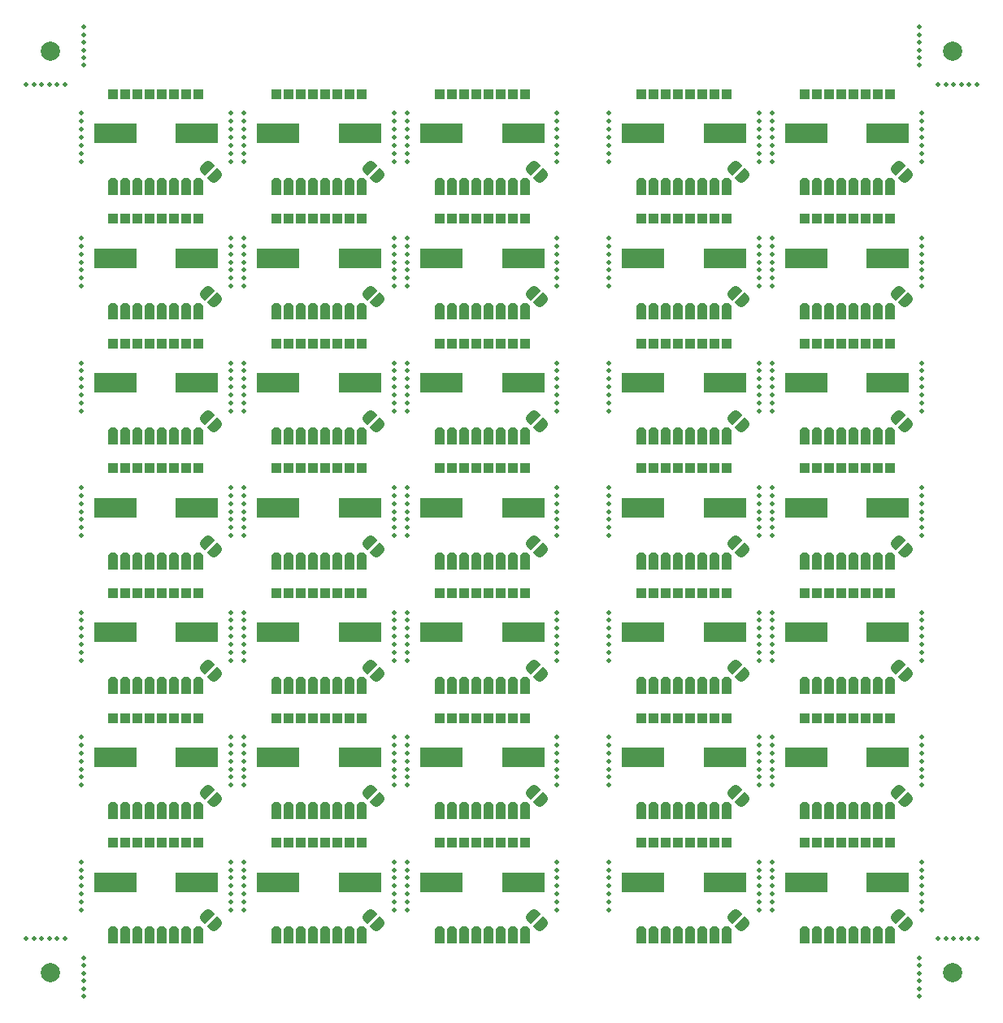
<source format=gbr>
%TF.GenerationSoftware,KiCad,Pcbnew,8.0.4-unknown-202407232306~396e531e7c~ubuntu22.04.1*%
%TF.CreationDate,2024-08-05T10:33:50+01:00*%
%TF.ProjectId,PANEL_ADS1293,50414e45-4c5f-4414-9453-313239332e6b,1.0*%
%TF.SameCoordinates,Original*%
%TF.FileFunction,Soldermask,Bot*%
%TF.FilePolarity,Negative*%
%FSLAX46Y46*%
G04 Gerber Fmt 4.6, Leading zero omitted, Abs format (unit mm)*
G04 Created by KiCad (PCBNEW 8.0.4-unknown-202407232306~396e531e7c~ubuntu22.04.1) date 2024-08-05 10:33:50*
%MOMM*%
%LPD*%
G01*
G04 APERTURE LIST*
G04 Aperture macros list*
%AMFreePoly0*
4,1,19,0.499999,-0.750000,0.000000,-0.750000,0.000000,-0.744912,-0.071157,-0.744911,-0.207708,-0.704816,-0.327430,-0.627875,-0.420627,-0.520320,-0.479746,-0.390866,-0.500000,-0.250000,-0.500000,0.250000,-0.479746,0.390866,-0.420627,0.520320,-0.327430,0.627875,-0.207708,0.704816,-0.071157,0.744911,0.000000,0.744912,0.000000,0.750000,0.499999,0.750000,0.499999,-0.750000,0.499999,-0.750000,
$1*%
%AMFreePoly1*
4,1,19,0.000000,0.744912,0.071157,0.744911,0.207708,0.704816,0.327430,0.627875,0.420627,0.520320,0.479746,0.390866,0.500000,0.250000,0.500000,-0.250000,0.479746,-0.390866,0.420627,-0.520320,0.327430,-0.627875,0.207708,-0.704816,0.071157,-0.744911,0.000000,-0.744912,0.000000,-0.750000,-0.499999,-0.750000,-0.499999,0.750000,0.000000,0.750000,0.000000,0.744912,0.000000,0.744912,
$1*%
G04 Aperture macros list end*
%ADD10C,0.000000*%
%ADD11FreePoly0,135.000000*%
%ADD12FreePoly1,135.000000*%
%ADD13R,4.500000X2.000000*%
%ADD14R,1.000000X1.000000*%
%ADD15C,0.500000*%
%ADD16C,2.000000*%
G04 APERTURE END LIST*
D10*
G36*
X34175000Y-42000000D02*
G01*
X34175000Y-42750000D01*
X33175000Y-42750000D01*
X33175000Y-42000000D01*
X33425000Y-41750000D01*
X33925000Y-41750000D01*
X34175000Y-42000000D01*
G37*
G36*
X82825000Y-94000000D02*
G01*
X82825000Y-94750000D01*
X81825000Y-94750000D01*
X81825000Y-94000000D01*
X82075000Y-93750000D01*
X82575000Y-93750000D01*
X82825000Y-94000000D01*
G37*
G36*
X69635000Y-29000000D02*
G01*
X69635000Y-29750000D01*
X68635000Y-29750000D01*
X68635000Y-29000000D01*
X68885000Y-28750000D01*
X69385000Y-28750000D01*
X69635000Y-29000000D01*
G37*
G36*
X85365000Y-55000000D02*
G01*
X85365000Y-55750000D01*
X84365000Y-55750000D01*
X84365000Y-55000000D01*
X84615000Y-54750000D01*
X85115000Y-54750000D01*
X85365000Y-55000000D01*
G37*
G36*
X48635000Y-29000000D02*
G01*
X48635000Y-29750000D01*
X47635000Y-29750000D01*
X47635000Y-29000000D01*
X47885000Y-28750000D01*
X48385000Y-28750000D01*
X48635000Y-29000000D01*
G37*
G36*
X34175000Y-29000000D02*
G01*
X34175000Y-29750000D01*
X33175000Y-29750000D01*
X33175000Y-29000000D01*
X33425000Y-28750000D01*
X33925000Y-28750000D01*
X34175000Y-29000000D01*
G37*
G36*
X64555000Y-42000000D02*
G01*
X64555000Y-42750000D01*
X63555000Y-42750000D01*
X63555000Y-42000000D01*
X63805000Y-41750000D01*
X64305000Y-41750000D01*
X64555000Y-42000000D01*
G37*
G36*
X10825000Y-68000000D02*
G01*
X10825000Y-68750000D01*
X9825000Y-68750000D01*
X9825000Y-68000000D01*
X10075000Y-67750000D01*
X10575000Y-67750000D01*
X10825000Y-68000000D01*
G37*
G36*
X70905000Y-68000000D02*
G01*
X70905000Y-68750000D01*
X69905000Y-68750000D01*
X69905000Y-68000000D01*
X70155000Y-67750000D01*
X70655000Y-67750000D01*
X70905000Y-68000000D01*
G37*
G36*
X72175000Y-68000000D02*
G01*
X72175000Y-68750000D01*
X71175000Y-68750000D01*
X71175000Y-68000000D01*
X71425000Y-67750000D01*
X71925000Y-67750000D01*
X72175000Y-68000000D01*
G37*
G36*
X27825000Y-68000000D02*
G01*
X27825000Y-68750000D01*
X26825000Y-68750000D01*
X26825000Y-68000000D01*
X27075000Y-67750000D01*
X27575000Y-67750000D01*
X27825000Y-68000000D01*
G37*
G36*
X46095000Y-68000000D02*
G01*
X46095000Y-68750000D01*
X45095000Y-68750000D01*
X45095000Y-68000000D01*
X45345000Y-67750000D01*
X45845000Y-67750000D01*
X46095000Y-68000000D01*
G37*
G36*
X34175000Y-55000000D02*
G01*
X34175000Y-55750000D01*
X33175000Y-55750000D01*
X33175000Y-55000000D01*
X33425000Y-54750000D01*
X33925000Y-54750000D01*
X34175000Y-55000000D01*
G37*
G36*
X34175000Y-81000000D02*
G01*
X34175000Y-81750000D01*
X33175000Y-81750000D01*
X33175000Y-81000000D01*
X33425000Y-80750000D01*
X33925000Y-80750000D01*
X34175000Y-81000000D01*
G37*
G36*
X15905000Y-42000000D02*
G01*
X15905000Y-42750000D01*
X14905000Y-42750000D01*
X14905000Y-42000000D01*
X15155000Y-41750000D01*
X15655000Y-41750000D01*
X15905000Y-42000000D01*
G37*
G36*
X64555000Y-16000000D02*
G01*
X64555000Y-16750000D01*
X63555000Y-16750000D01*
X63555000Y-16000000D01*
X63805000Y-15750000D01*
X64305000Y-15750000D01*
X64555000Y-16000000D01*
G37*
G36*
X48635000Y-68000000D02*
G01*
X48635000Y-68750000D01*
X47635000Y-68750000D01*
X47635000Y-68000000D01*
X47885000Y-67750000D01*
X48385000Y-67750000D01*
X48635000Y-68000000D01*
G37*
G36*
X46095000Y-29000000D02*
G01*
X46095000Y-29750000D01*
X45095000Y-29750000D01*
X45095000Y-29000000D01*
X45345000Y-28750000D01*
X45845000Y-28750000D01*
X46095000Y-29000000D01*
G37*
G36*
X32905000Y-16000000D02*
G01*
X32905000Y-16750000D01*
X31905000Y-16750000D01*
X31905000Y-16000000D01*
X32155000Y-15750000D01*
X32655000Y-15750000D01*
X32905000Y-16000000D01*
G37*
G36*
X12095000Y-94000000D02*
G01*
X12095000Y-94750000D01*
X11095000Y-94750000D01*
X11095000Y-94000000D01*
X11345000Y-93750000D01*
X11845000Y-93750000D01*
X12095000Y-94000000D01*
G37*
G36*
X85365000Y-29000000D02*
G01*
X85365000Y-29750000D01*
X84365000Y-29750000D01*
X84365000Y-29000000D01*
X84615000Y-28750000D01*
X85115000Y-28750000D01*
X85365000Y-29000000D01*
G37*
G36*
X64555000Y-81000000D02*
G01*
X64555000Y-81750000D01*
X63555000Y-81750000D01*
X63555000Y-81000000D01*
X63805000Y-80750000D01*
X64305000Y-80750000D01*
X64555000Y-81000000D01*
G37*
G36*
X73445000Y-81000000D02*
G01*
X73445000Y-81750000D01*
X72445000Y-81750000D01*
X72445000Y-81000000D01*
X72695000Y-80750000D01*
X73195000Y-80750000D01*
X73445000Y-81000000D01*
G37*
G36*
X90445000Y-68000000D02*
G01*
X90445000Y-68750000D01*
X89445000Y-68750000D01*
X89445000Y-68000000D01*
X89695000Y-67750000D01*
X90195000Y-67750000D01*
X90445000Y-68000000D01*
G37*
G36*
X17175000Y-81000000D02*
G01*
X17175000Y-81750000D01*
X16175000Y-81750000D01*
X16175000Y-81000000D01*
X16425000Y-80750000D01*
X16925000Y-80750000D01*
X17175000Y-81000000D01*
G37*
G36*
X46095000Y-42000000D02*
G01*
X46095000Y-42750000D01*
X45095000Y-42750000D01*
X45095000Y-42000000D01*
X45345000Y-41750000D01*
X45845000Y-41750000D01*
X46095000Y-42000000D01*
G37*
G36*
X46095000Y-81000000D02*
G01*
X46095000Y-81750000D01*
X45095000Y-81750000D01*
X45095000Y-81000000D01*
X45345000Y-80750000D01*
X45845000Y-80750000D01*
X46095000Y-81000000D01*
G37*
G36*
X87905000Y-68000000D02*
G01*
X87905000Y-68750000D01*
X86905000Y-68750000D01*
X86905000Y-68000000D01*
X87155000Y-67750000D01*
X87655000Y-67750000D01*
X87905000Y-68000000D01*
G37*
G36*
X85365000Y-81000000D02*
G01*
X85365000Y-81750000D01*
X84365000Y-81750000D01*
X84365000Y-81000000D01*
X84615000Y-80750000D01*
X85115000Y-80750000D01*
X85365000Y-81000000D01*
G37*
G36*
X10825000Y-42000000D02*
G01*
X10825000Y-42750000D01*
X9825000Y-42750000D01*
X9825000Y-42000000D01*
X10075000Y-41750000D01*
X10575000Y-41750000D01*
X10825000Y-42000000D01*
G37*
G36*
X72175000Y-81000000D02*
G01*
X72175000Y-81750000D01*
X71175000Y-81750000D01*
X71175000Y-81000000D01*
X71425000Y-80750000D01*
X71925000Y-80750000D01*
X72175000Y-81000000D01*
G37*
G36*
X29095000Y-94000000D02*
G01*
X29095000Y-94750000D01*
X28095000Y-94750000D01*
X28095000Y-94000000D01*
X28345000Y-93750000D01*
X28845000Y-93750000D01*
X29095000Y-94000000D01*
G37*
G36*
X81555000Y-42000000D02*
G01*
X81555000Y-42750000D01*
X80555000Y-42750000D01*
X80555000Y-42000000D01*
X80805000Y-41750000D01*
X81305000Y-41750000D01*
X81555000Y-42000000D01*
G37*
G36*
X32905000Y-42000000D02*
G01*
X32905000Y-42750000D01*
X31905000Y-42750000D01*
X31905000Y-42000000D01*
X32155000Y-41750000D01*
X32655000Y-41750000D01*
X32905000Y-42000000D01*
G37*
G36*
X44825000Y-55000000D02*
G01*
X44825000Y-55750000D01*
X43825000Y-55750000D01*
X43825000Y-55000000D01*
X44075000Y-54750000D01*
X44575000Y-54750000D01*
X44825000Y-55000000D01*
G37*
G36*
X43555000Y-68000000D02*
G01*
X43555000Y-68750000D01*
X42555000Y-68750000D01*
X42555000Y-68000000D01*
X42805000Y-67750000D01*
X43305000Y-67750000D01*
X43555000Y-68000000D01*
G37*
G36*
X14635000Y-16000000D02*
G01*
X14635000Y-16750000D01*
X13635000Y-16750000D01*
X13635000Y-16000000D01*
X13885000Y-15750000D01*
X14385000Y-15750000D01*
X14635000Y-16000000D01*
G37*
G36*
X89175000Y-94000000D02*
G01*
X89175000Y-94750000D01*
X88175000Y-94750000D01*
X88175000Y-94000000D01*
X88425000Y-93750000D01*
X88925000Y-93750000D01*
X89175000Y-94000000D01*
G37*
G36*
X65825000Y-29000000D02*
G01*
X65825000Y-29750000D01*
X64825000Y-29750000D01*
X64825000Y-29000000D01*
X65075000Y-28750000D01*
X65575000Y-28750000D01*
X65825000Y-29000000D01*
G37*
G36*
X51175000Y-68000000D02*
G01*
X51175000Y-68750000D01*
X50175000Y-68750000D01*
X50175000Y-68000000D01*
X50425000Y-67750000D01*
X50925000Y-67750000D01*
X51175000Y-68000000D01*
G37*
G36*
X87905000Y-81000000D02*
G01*
X87905000Y-81750000D01*
X86905000Y-81750000D01*
X86905000Y-81000000D01*
X87155000Y-80750000D01*
X87655000Y-80750000D01*
X87905000Y-81000000D01*
G37*
G36*
X26555000Y-68000000D02*
G01*
X26555000Y-68750000D01*
X25555000Y-68750000D01*
X25555000Y-68000000D01*
X25805000Y-67750000D01*
X26305000Y-67750000D01*
X26555000Y-68000000D01*
G37*
G36*
X18445000Y-29000000D02*
G01*
X18445000Y-29750000D01*
X17445000Y-29750000D01*
X17445000Y-29000000D01*
X17695000Y-28750000D01*
X18195000Y-28750000D01*
X18445000Y-29000000D01*
G37*
G36*
X12095000Y-16000000D02*
G01*
X12095000Y-16750000D01*
X11095000Y-16750000D01*
X11095000Y-16000000D01*
X11345000Y-15750000D01*
X11845000Y-15750000D01*
X12095000Y-16000000D01*
G37*
G36*
X90445000Y-42000000D02*
G01*
X90445000Y-42750000D01*
X89445000Y-42750000D01*
X89445000Y-42000000D01*
X89695000Y-41750000D01*
X90195000Y-41750000D01*
X90445000Y-42000000D01*
G37*
G36*
X14635000Y-68000000D02*
G01*
X14635000Y-68750000D01*
X13635000Y-68750000D01*
X13635000Y-68000000D01*
X13885000Y-67750000D01*
X14385000Y-67750000D01*
X14635000Y-68000000D01*
G37*
G36*
X32905000Y-68000000D02*
G01*
X32905000Y-68750000D01*
X31905000Y-68750000D01*
X31905000Y-68000000D01*
X32155000Y-67750000D01*
X32655000Y-67750000D01*
X32905000Y-68000000D01*
G37*
G36*
X35445000Y-42000000D02*
G01*
X35445000Y-42750000D01*
X34445000Y-42750000D01*
X34445000Y-42000000D01*
X34695000Y-41750000D01*
X35195000Y-41750000D01*
X35445000Y-42000000D01*
G37*
G36*
X13365000Y-42000000D02*
G01*
X13365000Y-42750000D01*
X12365000Y-42750000D01*
X12365000Y-42000000D01*
X12615000Y-41750000D01*
X13115000Y-41750000D01*
X13365000Y-42000000D01*
G37*
G36*
X89175000Y-81000000D02*
G01*
X89175000Y-81750000D01*
X88175000Y-81750000D01*
X88175000Y-81000000D01*
X88425000Y-80750000D01*
X88925000Y-80750000D01*
X89175000Y-81000000D01*
G37*
G36*
X27825000Y-42000000D02*
G01*
X27825000Y-42750000D01*
X26825000Y-42750000D01*
X26825000Y-42000000D01*
X27075000Y-41750000D01*
X27575000Y-41750000D01*
X27825000Y-42000000D01*
G37*
G36*
X90445000Y-16000000D02*
G01*
X90445000Y-16750000D01*
X89445000Y-16750000D01*
X89445000Y-16000000D01*
X89695000Y-15750000D01*
X90195000Y-15750000D01*
X90445000Y-16000000D01*
G37*
G36*
X85365000Y-42000000D02*
G01*
X85365000Y-42750000D01*
X84365000Y-42750000D01*
X84365000Y-42000000D01*
X84615000Y-41750000D01*
X85115000Y-41750000D01*
X85365000Y-42000000D01*
G37*
G36*
X47365000Y-94000000D02*
G01*
X47365000Y-94750000D01*
X46365000Y-94750000D01*
X46365000Y-94000000D01*
X46615000Y-93750000D01*
X47115000Y-93750000D01*
X47365000Y-94000000D01*
G37*
G36*
X82825000Y-16000000D02*
G01*
X82825000Y-16750000D01*
X81825000Y-16750000D01*
X81825000Y-16000000D01*
X82075000Y-15750000D01*
X82575000Y-15750000D01*
X82825000Y-16000000D01*
G37*
G36*
X44825000Y-16000000D02*
G01*
X44825000Y-16750000D01*
X43825000Y-16750000D01*
X43825000Y-16000000D01*
X44075000Y-15750000D01*
X44575000Y-15750000D01*
X44825000Y-16000000D01*
G37*
G36*
X51175000Y-94000000D02*
G01*
X51175000Y-94750000D01*
X50175000Y-94750000D01*
X50175000Y-94000000D01*
X50425000Y-93750000D01*
X50925000Y-93750000D01*
X51175000Y-94000000D01*
G37*
G36*
X68365000Y-29000000D02*
G01*
X68365000Y-29750000D01*
X67365000Y-29750000D01*
X67365000Y-29000000D01*
X67615000Y-28750000D01*
X68115000Y-28750000D01*
X68365000Y-29000000D01*
G37*
G36*
X87905000Y-55000000D02*
G01*
X87905000Y-55750000D01*
X86905000Y-55750000D01*
X86905000Y-55000000D01*
X87155000Y-54750000D01*
X87655000Y-54750000D01*
X87905000Y-55000000D01*
G37*
G36*
X81555000Y-55000000D02*
G01*
X81555000Y-55750000D01*
X80555000Y-55750000D01*
X80555000Y-55000000D01*
X80805000Y-54750000D01*
X81305000Y-54750000D01*
X81555000Y-55000000D01*
G37*
G36*
X35445000Y-94000000D02*
G01*
X35445000Y-94750000D01*
X34445000Y-94750000D01*
X34445000Y-94000000D01*
X34695000Y-93750000D01*
X35195000Y-93750000D01*
X35445000Y-94000000D01*
G37*
G36*
X67095000Y-68000000D02*
G01*
X67095000Y-68750000D01*
X66095000Y-68750000D01*
X66095000Y-68000000D01*
X66345000Y-67750000D01*
X66845000Y-67750000D01*
X67095000Y-68000000D01*
G37*
G36*
X18445000Y-81000000D02*
G01*
X18445000Y-81750000D01*
X17445000Y-81750000D01*
X17445000Y-81000000D01*
X17695000Y-80750000D01*
X18195000Y-80750000D01*
X18445000Y-81000000D01*
G37*
G36*
X82825000Y-81000000D02*
G01*
X82825000Y-81750000D01*
X81825000Y-81750000D01*
X81825000Y-81000000D01*
X82075000Y-80750000D01*
X82575000Y-80750000D01*
X82825000Y-81000000D01*
G37*
G36*
X31635000Y-81000000D02*
G01*
X31635000Y-81750000D01*
X30635000Y-81750000D01*
X30635000Y-81000000D01*
X30885000Y-80750000D01*
X31385000Y-80750000D01*
X31635000Y-81000000D01*
G37*
G36*
X87905000Y-16000000D02*
G01*
X87905000Y-16750000D01*
X86905000Y-16750000D01*
X86905000Y-16000000D01*
X87155000Y-15750000D01*
X87655000Y-15750000D01*
X87905000Y-16000000D01*
G37*
G36*
X73445000Y-68000000D02*
G01*
X73445000Y-68750000D01*
X72445000Y-68750000D01*
X72445000Y-68000000D01*
X72695000Y-67750000D01*
X73195000Y-67750000D01*
X73445000Y-68000000D01*
G37*
G36*
X65825000Y-94000000D02*
G01*
X65825000Y-94750000D01*
X64825000Y-94750000D01*
X64825000Y-94000000D01*
X65075000Y-93750000D01*
X65575000Y-93750000D01*
X65825000Y-94000000D01*
G37*
G36*
X13365000Y-29000000D02*
G01*
X13365000Y-29750000D01*
X12365000Y-29750000D01*
X12365000Y-29000000D01*
X12615000Y-28750000D01*
X13115000Y-28750000D01*
X13365000Y-29000000D01*
G37*
G36*
X43555000Y-42000000D02*
G01*
X43555000Y-42750000D01*
X42555000Y-42750000D01*
X42555000Y-42000000D01*
X42805000Y-41750000D01*
X43305000Y-41750000D01*
X43555000Y-42000000D01*
G37*
G36*
X9555000Y-55000000D02*
G01*
X9555000Y-55750000D01*
X8555000Y-55750000D01*
X8555000Y-55000000D01*
X8805000Y-54750000D01*
X9305000Y-54750000D01*
X9555000Y-55000000D01*
G37*
G36*
X47365000Y-55000000D02*
G01*
X47365000Y-55750000D01*
X46365000Y-55750000D01*
X46365000Y-55000000D01*
X46615000Y-54750000D01*
X47115000Y-54750000D01*
X47365000Y-55000000D01*
G37*
G36*
X52445000Y-94000000D02*
G01*
X52445000Y-94750000D01*
X51445000Y-94750000D01*
X51445000Y-94000000D01*
X51695000Y-93750000D01*
X52195000Y-93750000D01*
X52445000Y-94000000D01*
G37*
G36*
X35445000Y-68000000D02*
G01*
X35445000Y-68750000D01*
X34445000Y-68750000D01*
X34445000Y-68000000D01*
X34695000Y-67750000D01*
X35195000Y-67750000D01*
X35445000Y-68000000D01*
G37*
G36*
X49905000Y-55000000D02*
G01*
X49905000Y-55750000D01*
X48905000Y-55750000D01*
X48905000Y-55000000D01*
X49155000Y-54750000D01*
X49655000Y-54750000D01*
X49905000Y-55000000D01*
G37*
G36*
X90445000Y-29000000D02*
G01*
X90445000Y-29750000D01*
X89445000Y-29750000D01*
X89445000Y-29000000D01*
X89695000Y-28750000D01*
X90195000Y-28750000D01*
X90445000Y-29000000D01*
G37*
G36*
X84095000Y-81000000D02*
G01*
X84095000Y-81750000D01*
X83095000Y-81750000D01*
X83095000Y-81000000D01*
X83345000Y-80750000D01*
X83845000Y-80750000D01*
X84095000Y-81000000D01*
G37*
G36*
X32905000Y-94000000D02*
G01*
X32905000Y-94750000D01*
X31905000Y-94750000D01*
X31905000Y-94000000D01*
X32155000Y-93750000D01*
X32655000Y-93750000D01*
X32905000Y-94000000D01*
G37*
G36*
X52445000Y-16000000D02*
G01*
X52445000Y-16750000D01*
X51445000Y-16750000D01*
X51445000Y-16000000D01*
X51695000Y-15750000D01*
X52195000Y-15750000D01*
X52445000Y-16000000D01*
G37*
G36*
X67095000Y-16000000D02*
G01*
X67095000Y-16750000D01*
X66095000Y-16750000D01*
X66095000Y-16000000D01*
X66345000Y-15750000D01*
X66845000Y-15750000D01*
X67095000Y-16000000D01*
G37*
G36*
X12095000Y-55000000D02*
G01*
X12095000Y-55750000D01*
X11095000Y-55750000D01*
X11095000Y-55000000D01*
X11345000Y-54750000D01*
X11845000Y-54750000D01*
X12095000Y-55000000D01*
G37*
G36*
X69635000Y-16000000D02*
G01*
X69635000Y-16750000D01*
X68635000Y-16750000D01*
X68635000Y-16000000D01*
X68885000Y-15750000D01*
X69385000Y-15750000D01*
X69635000Y-16000000D01*
G37*
G36*
X68365000Y-81000000D02*
G01*
X68365000Y-81750000D01*
X67365000Y-81750000D01*
X67365000Y-81000000D01*
X67615000Y-80750000D01*
X68115000Y-80750000D01*
X68365000Y-81000000D01*
G37*
G36*
X48635000Y-42000000D02*
G01*
X48635000Y-42750000D01*
X47635000Y-42750000D01*
X47635000Y-42000000D01*
X47885000Y-41750000D01*
X48385000Y-41750000D01*
X48635000Y-42000000D01*
G37*
G36*
X89175000Y-29000000D02*
G01*
X89175000Y-29750000D01*
X88175000Y-29750000D01*
X88175000Y-29000000D01*
X88425000Y-28750000D01*
X88925000Y-28750000D01*
X89175000Y-29000000D01*
G37*
G36*
X52445000Y-81000000D02*
G01*
X52445000Y-81750000D01*
X51445000Y-81750000D01*
X51445000Y-81000000D01*
X51695000Y-80750000D01*
X52195000Y-80750000D01*
X52445000Y-81000000D01*
G37*
G36*
X30365000Y-42000000D02*
G01*
X30365000Y-42750000D01*
X29365000Y-42750000D01*
X29365000Y-42000000D01*
X29615000Y-41750000D01*
X30115000Y-41750000D01*
X30365000Y-42000000D01*
G37*
G36*
X81555000Y-68000000D02*
G01*
X81555000Y-68750000D01*
X80555000Y-68750000D01*
X80555000Y-68000000D01*
X80805000Y-67750000D01*
X81305000Y-67750000D01*
X81555000Y-68000000D01*
G37*
G36*
X15905000Y-55000000D02*
G01*
X15905000Y-55750000D01*
X14905000Y-55750000D01*
X14905000Y-55000000D01*
X15155000Y-54750000D01*
X15655000Y-54750000D01*
X15905000Y-55000000D01*
G37*
G36*
X49905000Y-42000000D02*
G01*
X49905000Y-42750000D01*
X48905000Y-42750000D01*
X48905000Y-42000000D01*
X49155000Y-41750000D01*
X49655000Y-41750000D01*
X49905000Y-42000000D01*
G37*
G36*
X46095000Y-55000000D02*
G01*
X46095000Y-55750000D01*
X45095000Y-55750000D01*
X45095000Y-55000000D01*
X45345000Y-54750000D01*
X45845000Y-54750000D01*
X46095000Y-55000000D01*
G37*
G36*
X43555000Y-94000000D02*
G01*
X43555000Y-94750000D01*
X42555000Y-94750000D01*
X42555000Y-94000000D01*
X42805000Y-93750000D01*
X43305000Y-93750000D01*
X43555000Y-94000000D01*
G37*
G36*
X31635000Y-68000000D02*
G01*
X31635000Y-68750000D01*
X30635000Y-68750000D01*
X30635000Y-68000000D01*
X30885000Y-67750000D01*
X31385000Y-67750000D01*
X31635000Y-68000000D01*
G37*
G36*
X49905000Y-29000000D02*
G01*
X49905000Y-29750000D01*
X48905000Y-29750000D01*
X48905000Y-29000000D01*
X49155000Y-28750000D01*
X49655000Y-28750000D01*
X49905000Y-29000000D01*
G37*
G36*
X70905000Y-16000000D02*
G01*
X70905000Y-16750000D01*
X69905000Y-16750000D01*
X69905000Y-16000000D01*
X70155000Y-15750000D01*
X70655000Y-15750000D01*
X70905000Y-16000000D01*
G37*
G36*
X70905000Y-81000000D02*
G01*
X70905000Y-81750000D01*
X69905000Y-81750000D01*
X69905000Y-81000000D01*
X70155000Y-80750000D01*
X70655000Y-80750000D01*
X70905000Y-81000000D01*
G37*
G36*
X43555000Y-16000000D02*
G01*
X43555000Y-16750000D01*
X42555000Y-16750000D01*
X42555000Y-16000000D01*
X42805000Y-15750000D01*
X43305000Y-15750000D01*
X43555000Y-16000000D01*
G37*
G36*
X84095000Y-55000000D02*
G01*
X84095000Y-55750000D01*
X83095000Y-55750000D01*
X83095000Y-55000000D01*
X83345000Y-54750000D01*
X83845000Y-54750000D01*
X84095000Y-55000000D01*
G37*
G36*
X82825000Y-42000000D02*
G01*
X82825000Y-42750000D01*
X81825000Y-42750000D01*
X81825000Y-42000000D01*
X82075000Y-41750000D01*
X82575000Y-41750000D01*
X82825000Y-42000000D01*
G37*
G36*
X15905000Y-68000000D02*
G01*
X15905000Y-68750000D01*
X14905000Y-68750000D01*
X14905000Y-68000000D01*
X15155000Y-67750000D01*
X15655000Y-67750000D01*
X15905000Y-68000000D01*
G37*
G36*
X86635000Y-68000000D02*
G01*
X86635000Y-68750000D01*
X85635000Y-68750000D01*
X85635000Y-68000000D01*
X85885000Y-67750000D01*
X86385000Y-67750000D01*
X86635000Y-68000000D01*
G37*
G36*
X13365000Y-94000000D02*
G01*
X13365000Y-94750000D01*
X12365000Y-94750000D01*
X12365000Y-94000000D01*
X12615000Y-93750000D01*
X13115000Y-93750000D01*
X13365000Y-94000000D01*
G37*
G36*
X18445000Y-94000000D02*
G01*
X18445000Y-94750000D01*
X17445000Y-94750000D01*
X17445000Y-94000000D01*
X17695000Y-93750000D01*
X18195000Y-93750000D01*
X18445000Y-94000000D01*
G37*
G36*
X48635000Y-94000000D02*
G01*
X48635000Y-94750000D01*
X47635000Y-94750000D01*
X47635000Y-94000000D01*
X47885000Y-93750000D01*
X48385000Y-93750000D01*
X48635000Y-94000000D01*
G37*
G36*
X47365000Y-29000000D02*
G01*
X47365000Y-29750000D01*
X46365000Y-29750000D01*
X46365000Y-29000000D01*
X46615000Y-28750000D01*
X47115000Y-28750000D01*
X47365000Y-29000000D01*
G37*
G36*
X30365000Y-55000000D02*
G01*
X30365000Y-55750000D01*
X29365000Y-55750000D01*
X29365000Y-55000000D01*
X29615000Y-54750000D01*
X30115000Y-54750000D01*
X30365000Y-55000000D01*
G37*
G36*
X31635000Y-55000000D02*
G01*
X31635000Y-55750000D01*
X30635000Y-55750000D01*
X30635000Y-55000000D01*
X30885000Y-54750000D01*
X31385000Y-54750000D01*
X31635000Y-55000000D01*
G37*
G36*
X30365000Y-16000000D02*
G01*
X30365000Y-16750000D01*
X29365000Y-16750000D01*
X29365000Y-16000000D01*
X29615000Y-15750000D01*
X30115000Y-15750000D01*
X30365000Y-16000000D01*
G37*
G36*
X72175000Y-16000000D02*
G01*
X72175000Y-16750000D01*
X71175000Y-16750000D01*
X71175000Y-16000000D01*
X71425000Y-15750000D01*
X71925000Y-15750000D01*
X72175000Y-16000000D01*
G37*
G36*
X9555000Y-81000000D02*
G01*
X9555000Y-81750000D01*
X8555000Y-81750000D01*
X8555000Y-81000000D01*
X8805000Y-80750000D01*
X9305000Y-80750000D01*
X9555000Y-81000000D01*
G37*
G36*
X84095000Y-42000000D02*
G01*
X84095000Y-42750000D01*
X83095000Y-42750000D01*
X83095000Y-42000000D01*
X83345000Y-41750000D01*
X83845000Y-41750000D01*
X84095000Y-42000000D01*
G37*
G36*
X73445000Y-55000000D02*
G01*
X73445000Y-55750000D01*
X72445000Y-55750000D01*
X72445000Y-55000000D01*
X72695000Y-54750000D01*
X73195000Y-54750000D01*
X73445000Y-55000000D01*
G37*
G36*
X47365000Y-42000000D02*
G01*
X47365000Y-42750000D01*
X46365000Y-42750000D01*
X46365000Y-42000000D01*
X46615000Y-41750000D01*
X47115000Y-41750000D01*
X47365000Y-42000000D01*
G37*
G36*
X86635000Y-81000000D02*
G01*
X86635000Y-81750000D01*
X85635000Y-81750000D01*
X85635000Y-81000000D01*
X85885000Y-80750000D01*
X86385000Y-80750000D01*
X86635000Y-81000000D01*
G37*
G36*
X52445000Y-29000000D02*
G01*
X52445000Y-29750000D01*
X51445000Y-29750000D01*
X51445000Y-29000000D01*
X51695000Y-28750000D01*
X52195000Y-28750000D01*
X52445000Y-29000000D01*
G37*
G36*
X69635000Y-55000000D02*
G01*
X69635000Y-55750000D01*
X68635000Y-55750000D01*
X68635000Y-55000000D01*
X68885000Y-54750000D01*
X69385000Y-54750000D01*
X69635000Y-55000000D01*
G37*
G36*
X73445000Y-29000000D02*
G01*
X73445000Y-29750000D01*
X72445000Y-29750000D01*
X72445000Y-29000000D01*
X72695000Y-28750000D01*
X73195000Y-28750000D01*
X73445000Y-29000000D01*
G37*
G36*
X81555000Y-94000000D02*
G01*
X81555000Y-94750000D01*
X80555000Y-94750000D01*
X80555000Y-94000000D01*
X80805000Y-93750000D01*
X81305000Y-93750000D01*
X81555000Y-94000000D01*
G37*
G36*
X64555000Y-29000000D02*
G01*
X64555000Y-29750000D01*
X63555000Y-29750000D01*
X63555000Y-29000000D01*
X63805000Y-28750000D01*
X64305000Y-28750000D01*
X64555000Y-29000000D01*
G37*
G36*
X51175000Y-81000000D02*
G01*
X51175000Y-81750000D01*
X50175000Y-81750000D01*
X50175000Y-81000000D01*
X50425000Y-80750000D01*
X50925000Y-80750000D01*
X51175000Y-81000000D01*
G37*
G36*
X17175000Y-55000000D02*
G01*
X17175000Y-55750000D01*
X16175000Y-55750000D01*
X16175000Y-55000000D01*
X16425000Y-54750000D01*
X16925000Y-54750000D01*
X17175000Y-55000000D01*
G37*
G36*
X9555000Y-29000000D02*
G01*
X9555000Y-29750000D01*
X8555000Y-29750000D01*
X8555000Y-29000000D01*
X8805000Y-28750000D01*
X9305000Y-28750000D01*
X9555000Y-29000000D01*
G37*
G36*
X35445000Y-81000000D02*
G01*
X35445000Y-81750000D01*
X34445000Y-81750000D01*
X34445000Y-81000000D01*
X34695000Y-80750000D01*
X35195000Y-80750000D01*
X35445000Y-81000000D01*
G37*
G36*
X64555000Y-68000000D02*
G01*
X64555000Y-68750000D01*
X63555000Y-68750000D01*
X63555000Y-68000000D01*
X63805000Y-67750000D01*
X64305000Y-67750000D01*
X64555000Y-68000000D01*
G37*
G36*
X43555000Y-29000000D02*
G01*
X43555000Y-29750000D01*
X42555000Y-29750000D01*
X42555000Y-29000000D01*
X42805000Y-28750000D01*
X43305000Y-28750000D01*
X43555000Y-29000000D01*
G37*
G36*
X35445000Y-16000000D02*
G01*
X35445000Y-16750000D01*
X34445000Y-16750000D01*
X34445000Y-16000000D01*
X34695000Y-15750000D01*
X35195000Y-15750000D01*
X35445000Y-16000000D01*
G37*
G36*
X29095000Y-16000000D02*
G01*
X29095000Y-16750000D01*
X28095000Y-16750000D01*
X28095000Y-16000000D01*
X28345000Y-15750000D01*
X28845000Y-15750000D01*
X29095000Y-16000000D01*
G37*
G36*
X69635000Y-81000000D02*
G01*
X69635000Y-81750000D01*
X68635000Y-81750000D01*
X68635000Y-81000000D01*
X68885000Y-80750000D01*
X69385000Y-80750000D01*
X69635000Y-81000000D01*
G37*
G36*
X15905000Y-94000000D02*
G01*
X15905000Y-94750000D01*
X14905000Y-94750000D01*
X14905000Y-94000000D01*
X15155000Y-93750000D01*
X15655000Y-93750000D01*
X15905000Y-94000000D01*
G37*
G36*
X17175000Y-42000000D02*
G01*
X17175000Y-42750000D01*
X16175000Y-42750000D01*
X16175000Y-42000000D01*
X16425000Y-41750000D01*
X16925000Y-41750000D01*
X17175000Y-42000000D01*
G37*
G36*
X29095000Y-55000000D02*
G01*
X29095000Y-55750000D01*
X28095000Y-55750000D01*
X28095000Y-55000000D01*
X28345000Y-54750000D01*
X28845000Y-54750000D01*
X29095000Y-55000000D01*
G37*
G36*
X65825000Y-55000000D02*
G01*
X65825000Y-55750000D01*
X64825000Y-55750000D01*
X64825000Y-55000000D01*
X65075000Y-54750000D01*
X65575000Y-54750000D01*
X65825000Y-55000000D01*
G37*
G36*
X30365000Y-94000000D02*
G01*
X30365000Y-94750000D01*
X29365000Y-94750000D01*
X29365000Y-94000000D01*
X29615000Y-93750000D01*
X30115000Y-93750000D01*
X30365000Y-94000000D01*
G37*
G36*
X29095000Y-42000000D02*
G01*
X29095000Y-42750000D01*
X28095000Y-42750000D01*
X28095000Y-42000000D01*
X28345000Y-41750000D01*
X28845000Y-41750000D01*
X29095000Y-42000000D01*
G37*
G36*
X89175000Y-55000000D02*
G01*
X89175000Y-55750000D01*
X88175000Y-55750000D01*
X88175000Y-55000000D01*
X88425000Y-54750000D01*
X88925000Y-54750000D01*
X89175000Y-55000000D01*
G37*
G36*
X10825000Y-16000000D02*
G01*
X10825000Y-16750000D01*
X9825000Y-16750000D01*
X9825000Y-16000000D01*
X10075000Y-15750000D01*
X10575000Y-15750000D01*
X10825000Y-16000000D01*
G37*
G36*
X44825000Y-42000000D02*
G01*
X44825000Y-42750000D01*
X43825000Y-42750000D01*
X43825000Y-42000000D01*
X44075000Y-41750000D01*
X44575000Y-41750000D01*
X44825000Y-42000000D01*
G37*
G36*
X44825000Y-94000000D02*
G01*
X44825000Y-94750000D01*
X43825000Y-94750000D01*
X43825000Y-94000000D01*
X44075000Y-93750000D01*
X44575000Y-93750000D01*
X44825000Y-94000000D01*
G37*
G36*
X34175000Y-16000000D02*
G01*
X34175000Y-16750000D01*
X33175000Y-16750000D01*
X33175000Y-16000000D01*
X33425000Y-15750000D01*
X33925000Y-15750000D01*
X34175000Y-16000000D01*
G37*
G36*
X89175000Y-68000000D02*
G01*
X89175000Y-68750000D01*
X88175000Y-68750000D01*
X88175000Y-68000000D01*
X88425000Y-67750000D01*
X88925000Y-67750000D01*
X89175000Y-68000000D01*
G37*
G36*
X85365000Y-94000000D02*
G01*
X85365000Y-94750000D01*
X84365000Y-94750000D01*
X84365000Y-94000000D01*
X84615000Y-93750000D01*
X85115000Y-93750000D01*
X85365000Y-94000000D01*
G37*
G36*
X9555000Y-68000000D02*
G01*
X9555000Y-68750000D01*
X8555000Y-68750000D01*
X8555000Y-68000000D01*
X8805000Y-67750000D01*
X9305000Y-67750000D01*
X9555000Y-68000000D01*
G37*
G36*
X67095000Y-29000000D02*
G01*
X67095000Y-29750000D01*
X66095000Y-29750000D01*
X66095000Y-29000000D01*
X66345000Y-28750000D01*
X66845000Y-28750000D01*
X67095000Y-29000000D01*
G37*
G36*
X29095000Y-81000000D02*
G01*
X29095000Y-81750000D01*
X28095000Y-81750000D01*
X28095000Y-81000000D01*
X28345000Y-80750000D01*
X28845000Y-80750000D01*
X29095000Y-81000000D01*
G37*
G36*
X72175000Y-94000000D02*
G01*
X72175000Y-94750000D01*
X71175000Y-94750000D01*
X71175000Y-94000000D01*
X71425000Y-93750000D01*
X71925000Y-93750000D01*
X72175000Y-94000000D01*
G37*
G36*
X15905000Y-81000000D02*
G01*
X15905000Y-81750000D01*
X14905000Y-81750000D01*
X14905000Y-81000000D01*
X15155000Y-80750000D01*
X15655000Y-80750000D01*
X15905000Y-81000000D01*
G37*
G36*
X17175000Y-94000000D02*
G01*
X17175000Y-94750000D01*
X16175000Y-94750000D01*
X16175000Y-94000000D01*
X16425000Y-93750000D01*
X16925000Y-93750000D01*
X17175000Y-94000000D01*
G37*
G36*
X9555000Y-94000000D02*
G01*
X9555000Y-94750000D01*
X8555000Y-94750000D01*
X8555000Y-94000000D01*
X8805000Y-93750000D01*
X9305000Y-93750000D01*
X9555000Y-94000000D01*
G37*
G36*
X86635000Y-94000000D02*
G01*
X86635000Y-94750000D01*
X85635000Y-94750000D01*
X85635000Y-94000000D01*
X85885000Y-93750000D01*
X86385000Y-93750000D01*
X86635000Y-94000000D01*
G37*
G36*
X90445000Y-81000000D02*
G01*
X90445000Y-81750000D01*
X89445000Y-81750000D01*
X89445000Y-81000000D01*
X89695000Y-80750000D01*
X90195000Y-80750000D01*
X90445000Y-81000000D01*
G37*
G36*
X84095000Y-29000000D02*
G01*
X84095000Y-29750000D01*
X83095000Y-29750000D01*
X83095000Y-29000000D01*
X83345000Y-28750000D01*
X83845000Y-28750000D01*
X84095000Y-29000000D01*
G37*
G36*
X12095000Y-68000000D02*
G01*
X12095000Y-68750000D01*
X11095000Y-68750000D01*
X11095000Y-68000000D01*
X11345000Y-67750000D01*
X11845000Y-67750000D01*
X12095000Y-68000000D01*
G37*
G36*
X12095000Y-29000000D02*
G01*
X12095000Y-29750000D01*
X11095000Y-29750000D01*
X11095000Y-29000000D01*
X11345000Y-28750000D01*
X11845000Y-28750000D01*
X12095000Y-29000000D01*
G37*
G36*
X31635000Y-29000000D02*
G01*
X31635000Y-29750000D01*
X30635000Y-29750000D01*
X30635000Y-29000000D01*
X30885000Y-28750000D01*
X31385000Y-28750000D01*
X31635000Y-29000000D01*
G37*
G36*
X67095000Y-42000000D02*
G01*
X67095000Y-42750000D01*
X66095000Y-42750000D01*
X66095000Y-42000000D01*
X66345000Y-41750000D01*
X66845000Y-41750000D01*
X67095000Y-42000000D01*
G37*
G36*
X70905000Y-42000000D02*
G01*
X70905000Y-42750000D01*
X69905000Y-42750000D01*
X69905000Y-42000000D01*
X70155000Y-41750000D01*
X70655000Y-41750000D01*
X70905000Y-42000000D01*
G37*
G36*
X65825000Y-42000000D02*
G01*
X65825000Y-42750000D01*
X64825000Y-42750000D01*
X64825000Y-42000000D01*
X65075000Y-41750000D01*
X65575000Y-41750000D01*
X65825000Y-42000000D01*
G37*
G36*
X29095000Y-29000000D02*
G01*
X29095000Y-29750000D01*
X28095000Y-29750000D01*
X28095000Y-29000000D01*
X28345000Y-28750000D01*
X28845000Y-28750000D01*
X29095000Y-29000000D01*
G37*
G36*
X26555000Y-55000000D02*
G01*
X26555000Y-55750000D01*
X25555000Y-55750000D01*
X25555000Y-55000000D01*
X25805000Y-54750000D01*
X26305000Y-54750000D01*
X26555000Y-55000000D01*
G37*
G36*
X10825000Y-55000000D02*
G01*
X10825000Y-55750000D01*
X9825000Y-55750000D01*
X9825000Y-55000000D01*
X10075000Y-54750000D01*
X10575000Y-54750000D01*
X10825000Y-55000000D01*
G37*
G36*
X31635000Y-42000000D02*
G01*
X31635000Y-42750000D01*
X30635000Y-42750000D01*
X30635000Y-42000000D01*
X30885000Y-41750000D01*
X31385000Y-41750000D01*
X31635000Y-42000000D01*
G37*
G36*
X13365000Y-55000000D02*
G01*
X13365000Y-55750000D01*
X12365000Y-55750000D01*
X12365000Y-55000000D01*
X12615000Y-54750000D01*
X13115000Y-54750000D01*
X13365000Y-55000000D01*
G37*
G36*
X82825000Y-29000000D02*
G01*
X82825000Y-29750000D01*
X81825000Y-29750000D01*
X81825000Y-29000000D01*
X82075000Y-28750000D01*
X82575000Y-28750000D01*
X82825000Y-29000000D01*
G37*
G36*
X81555000Y-29000000D02*
G01*
X81555000Y-29750000D01*
X80555000Y-29750000D01*
X80555000Y-29000000D01*
X80805000Y-28750000D01*
X81305000Y-28750000D01*
X81555000Y-29000000D01*
G37*
G36*
X67095000Y-81000000D02*
G01*
X67095000Y-81750000D01*
X66095000Y-81750000D01*
X66095000Y-81000000D01*
X66345000Y-80750000D01*
X66845000Y-80750000D01*
X67095000Y-81000000D01*
G37*
G36*
X89175000Y-42000000D02*
G01*
X89175000Y-42750000D01*
X88175000Y-42750000D01*
X88175000Y-42000000D01*
X88425000Y-41750000D01*
X88925000Y-41750000D01*
X89175000Y-42000000D01*
G37*
G36*
X68365000Y-42000000D02*
G01*
X68365000Y-42750000D01*
X67365000Y-42750000D01*
X67365000Y-42000000D01*
X67615000Y-41750000D01*
X68115000Y-41750000D01*
X68365000Y-42000000D01*
G37*
G36*
X70905000Y-55000000D02*
G01*
X70905000Y-55750000D01*
X69905000Y-55750000D01*
X69905000Y-55000000D01*
X70155000Y-54750000D01*
X70655000Y-54750000D01*
X70905000Y-55000000D01*
G37*
G36*
X46095000Y-16000000D02*
G01*
X46095000Y-16750000D01*
X45095000Y-16750000D01*
X45095000Y-16000000D01*
X45345000Y-15750000D01*
X45845000Y-15750000D01*
X46095000Y-16000000D01*
G37*
G36*
X14635000Y-94000000D02*
G01*
X14635000Y-94750000D01*
X13635000Y-94750000D01*
X13635000Y-94000000D01*
X13885000Y-93750000D01*
X14385000Y-93750000D01*
X14635000Y-94000000D01*
G37*
G36*
X12095000Y-81000000D02*
G01*
X12095000Y-81750000D01*
X11095000Y-81750000D01*
X11095000Y-81000000D01*
X11345000Y-80750000D01*
X11845000Y-80750000D01*
X12095000Y-81000000D01*
G37*
G36*
X17175000Y-29000000D02*
G01*
X17175000Y-29750000D01*
X16175000Y-29750000D01*
X16175000Y-29000000D01*
X16425000Y-28750000D01*
X16925000Y-28750000D01*
X17175000Y-29000000D01*
G37*
G36*
X51175000Y-55000000D02*
G01*
X51175000Y-55750000D01*
X50175000Y-55750000D01*
X50175000Y-55000000D01*
X50425000Y-54750000D01*
X50925000Y-54750000D01*
X51175000Y-55000000D01*
G37*
G36*
X51175000Y-29000000D02*
G01*
X51175000Y-29750000D01*
X50175000Y-29750000D01*
X50175000Y-29000000D01*
X50425000Y-28750000D01*
X50925000Y-28750000D01*
X51175000Y-29000000D01*
G37*
G36*
X52445000Y-68000000D02*
G01*
X52445000Y-68750000D01*
X51445000Y-68750000D01*
X51445000Y-68000000D01*
X51695000Y-67750000D01*
X52195000Y-67750000D01*
X52445000Y-68000000D01*
G37*
G36*
X26555000Y-94000000D02*
G01*
X26555000Y-94750000D01*
X25555000Y-94750000D01*
X25555000Y-94000000D01*
X25805000Y-93750000D01*
X26305000Y-93750000D01*
X26555000Y-94000000D01*
G37*
G36*
X86635000Y-29000000D02*
G01*
X86635000Y-29750000D01*
X85635000Y-29750000D01*
X85635000Y-29000000D01*
X85885000Y-28750000D01*
X86385000Y-28750000D01*
X86635000Y-29000000D01*
G37*
G36*
X18445000Y-68000000D02*
G01*
X18445000Y-68750000D01*
X17445000Y-68750000D01*
X17445000Y-68000000D01*
X17695000Y-67750000D01*
X18195000Y-67750000D01*
X18445000Y-68000000D01*
G37*
G36*
X14635000Y-81000000D02*
G01*
X14635000Y-81750000D01*
X13635000Y-81750000D01*
X13635000Y-81000000D01*
X13885000Y-80750000D01*
X14385000Y-80750000D01*
X14635000Y-81000000D01*
G37*
G36*
X10825000Y-81000000D02*
G01*
X10825000Y-81750000D01*
X9825000Y-81750000D01*
X9825000Y-81000000D01*
X10075000Y-80750000D01*
X10575000Y-80750000D01*
X10825000Y-81000000D01*
G37*
G36*
X69635000Y-68000000D02*
G01*
X69635000Y-68750000D01*
X68635000Y-68750000D01*
X68635000Y-68000000D01*
X68885000Y-67750000D01*
X69385000Y-67750000D01*
X69635000Y-68000000D01*
G37*
G36*
X32905000Y-29000000D02*
G01*
X32905000Y-29750000D01*
X31905000Y-29750000D01*
X31905000Y-29000000D01*
X32155000Y-28750000D01*
X32655000Y-28750000D01*
X32905000Y-29000000D01*
G37*
G36*
X26555000Y-29000000D02*
G01*
X26555000Y-29750000D01*
X25555000Y-29750000D01*
X25555000Y-29000000D01*
X25805000Y-28750000D01*
X26305000Y-28750000D01*
X26555000Y-29000000D01*
G37*
G36*
X65825000Y-81000000D02*
G01*
X65825000Y-81750000D01*
X64825000Y-81750000D01*
X64825000Y-81000000D01*
X65075000Y-80750000D01*
X65575000Y-80750000D01*
X65825000Y-81000000D01*
G37*
G36*
X69635000Y-42000000D02*
G01*
X69635000Y-42750000D01*
X68635000Y-42750000D01*
X68635000Y-42000000D01*
X68885000Y-41750000D01*
X69385000Y-41750000D01*
X69635000Y-42000000D01*
G37*
G36*
X34175000Y-68000000D02*
G01*
X34175000Y-68750000D01*
X33175000Y-68750000D01*
X33175000Y-68000000D01*
X33425000Y-67750000D01*
X33925000Y-67750000D01*
X34175000Y-68000000D01*
G37*
G36*
X82825000Y-68000000D02*
G01*
X82825000Y-68750000D01*
X81825000Y-68750000D01*
X81825000Y-68000000D01*
X82075000Y-67750000D01*
X82575000Y-67750000D01*
X82825000Y-68000000D01*
G37*
G36*
X27825000Y-55000000D02*
G01*
X27825000Y-55750000D01*
X26825000Y-55750000D01*
X26825000Y-55000000D01*
X27075000Y-54750000D01*
X27575000Y-54750000D01*
X27825000Y-55000000D01*
G37*
G36*
X14635000Y-29000000D02*
G01*
X14635000Y-29750000D01*
X13635000Y-29750000D01*
X13635000Y-29000000D01*
X13885000Y-28750000D01*
X14385000Y-28750000D01*
X14635000Y-29000000D01*
G37*
G36*
X90445000Y-55000000D02*
G01*
X90445000Y-55750000D01*
X89445000Y-55750000D01*
X89445000Y-55000000D01*
X89695000Y-54750000D01*
X90195000Y-54750000D01*
X90445000Y-55000000D01*
G37*
G36*
X44825000Y-68000000D02*
G01*
X44825000Y-68750000D01*
X43825000Y-68750000D01*
X43825000Y-68000000D01*
X44075000Y-67750000D01*
X44575000Y-67750000D01*
X44825000Y-68000000D01*
G37*
G36*
X9555000Y-42000000D02*
G01*
X9555000Y-42750000D01*
X8555000Y-42750000D01*
X8555000Y-42000000D01*
X8805000Y-41750000D01*
X9305000Y-41750000D01*
X9555000Y-42000000D01*
G37*
G36*
X30365000Y-68000000D02*
G01*
X30365000Y-68750000D01*
X29365000Y-68750000D01*
X29365000Y-68000000D01*
X29615000Y-67750000D01*
X30115000Y-67750000D01*
X30365000Y-68000000D01*
G37*
G36*
X84095000Y-94000000D02*
G01*
X84095000Y-94750000D01*
X83095000Y-94750000D01*
X83095000Y-94000000D01*
X83345000Y-93750000D01*
X83845000Y-93750000D01*
X84095000Y-94000000D01*
G37*
G36*
X26555000Y-81000000D02*
G01*
X26555000Y-81750000D01*
X25555000Y-81750000D01*
X25555000Y-81000000D01*
X25805000Y-80750000D01*
X26305000Y-80750000D01*
X26555000Y-81000000D01*
G37*
G36*
X44825000Y-81000000D02*
G01*
X44825000Y-81750000D01*
X43825000Y-81750000D01*
X43825000Y-81000000D01*
X44075000Y-80750000D01*
X44575000Y-80750000D01*
X44825000Y-81000000D01*
G37*
G36*
X70905000Y-94000000D02*
G01*
X70905000Y-94750000D01*
X69905000Y-94750000D01*
X69905000Y-94000000D01*
X70155000Y-93750000D01*
X70655000Y-93750000D01*
X70905000Y-94000000D01*
G37*
G36*
X44825000Y-29000000D02*
G01*
X44825000Y-29750000D01*
X43825000Y-29750000D01*
X43825000Y-29000000D01*
X44075000Y-28750000D01*
X44575000Y-28750000D01*
X44825000Y-29000000D01*
G37*
G36*
X70905000Y-29000000D02*
G01*
X70905000Y-29750000D01*
X69905000Y-29750000D01*
X69905000Y-29000000D01*
X70155000Y-28750000D01*
X70655000Y-28750000D01*
X70905000Y-29000000D01*
G37*
G36*
X68365000Y-55000000D02*
G01*
X68365000Y-55750000D01*
X67365000Y-55750000D01*
X67365000Y-55000000D01*
X67615000Y-54750000D01*
X68115000Y-54750000D01*
X68365000Y-55000000D01*
G37*
G36*
X84095000Y-16000000D02*
G01*
X84095000Y-16750000D01*
X83095000Y-16750000D01*
X83095000Y-16000000D01*
X83345000Y-15750000D01*
X83845000Y-15750000D01*
X84095000Y-16000000D01*
G37*
G36*
X64555000Y-94000000D02*
G01*
X64555000Y-94750000D01*
X63555000Y-94750000D01*
X63555000Y-94000000D01*
X63805000Y-93750000D01*
X64305000Y-93750000D01*
X64555000Y-94000000D01*
G37*
G36*
X30365000Y-29000000D02*
G01*
X30365000Y-29750000D01*
X29365000Y-29750000D01*
X29365000Y-29000000D01*
X29615000Y-28750000D01*
X30115000Y-28750000D01*
X30365000Y-29000000D01*
G37*
G36*
X82825000Y-55000000D02*
G01*
X82825000Y-55750000D01*
X81825000Y-55750000D01*
X81825000Y-55000000D01*
X82075000Y-54750000D01*
X82575000Y-54750000D01*
X82825000Y-55000000D01*
G37*
G36*
X17175000Y-16000000D02*
G01*
X17175000Y-16750000D01*
X16175000Y-16750000D01*
X16175000Y-16000000D01*
X16425000Y-15750000D01*
X16925000Y-15750000D01*
X17175000Y-16000000D01*
G37*
G36*
X10825000Y-94000000D02*
G01*
X10825000Y-94750000D01*
X9825000Y-94750000D01*
X9825000Y-94000000D01*
X10075000Y-93750000D01*
X10575000Y-93750000D01*
X10825000Y-94000000D01*
G37*
G36*
X49905000Y-94000000D02*
G01*
X49905000Y-94750000D01*
X48905000Y-94750000D01*
X48905000Y-94000000D01*
X49155000Y-93750000D01*
X49655000Y-93750000D01*
X49905000Y-94000000D01*
G37*
G36*
X48635000Y-16000000D02*
G01*
X48635000Y-16750000D01*
X47635000Y-16750000D01*
X47635000Y-16000000D01*
X47885000Y-15750000D01*
X48385000Y-15750000D01*
X48635000Y-16000000D01*
G37*
G36*
X32905000Y-55000000D02*
G01*
X32905000Y-55750000D01*
X31905000Y-55750000D01*
X31905000Y-55000000D01*
X32155000Y-54750000D01*
X32655000Y-54750000D01*
X32905000Y-55000000D01*
G37*
G36*
X52445000Y-42000000D02*
G01*
X52445000Y-42750000D01*
X51445000Y-42750000D01*
X51445000Y-42000000D01*
X51695000Y-41750000D01*
X52195000Y-41750000D01*
X52445000Y-42000000D01*
G37*
G36*
X87905000Y-94000000D02*
G01*
X87905000Y-94750000D01*
X86905000Y-94750000D01*
X86905000Y-94000000D01*
X87155000Y-93750000D01*
X87655000Y-93750000D01*
X87905000Y-94000000D01*
G37*
G36*
X65825000Y-68000000D02*
G01*
X65825000Y-68750000D01*
X64825000Y-68750000D01*
X64825000Y-68000000D01*
X65075000Y-67750000D01*
X65575000Y-67750000D01*
X65825000Y-68000000D01*
G37*
G36*
X47365000Y-81000000D02*
G01*
X47365000Y-81750000D01*
X46365000Y-81750000D01*
X46365000Y-81000000D01*
X46615000Y-80750000D01*
X47115000Y-80750000D01*
X47365000Y-81000000D01*
G37*
G36*
X29095000Y-68000000D02*
G01*
X29095000Y-68750000D01*
X28095000Y-68750000D01*
X28095000Y-68000000D01*
X28345000Y-67750000D01*
X28845000Y-67750000D01*
X29095000Y-68000000D01*
G37*
G36*
X81555000Y-16000000D02*
G01*
X81555000Y-16750000D01*
X80555000Y-16750000D01*
X80555000Y-16000000D01*
X80805000Y-15750000D01*
X81305000Y-15750000D01*
X81555000Y-16000000D01*
G37*
G36*
X72175000Y-29000000D02*
G01*
X72175000Y-29750000D01*
X71175000Y-29750000D01*
X71175000Y-29000000D01*
X71425000Y-28750000D01*
X71925000Y-28750000D01*
X72175000Y-29000000D01*
G37*
G36*
X52445000Y-55000000D02*
G01*
X52445000Y-55750000D01*
X51445000Y-55750000D01*
X51445000Y-55000000D01*
X51695000Y-54750000D01*
X52195000Y-54750000D01*
X52445000Y-55000000D01*
G37*
G36*
X14635000Y-42000000D02*
G01*
X14635000Y-42750000D01*
X13635000Y-42750000D01*
X13635000Y-42000000D01*
X13885000Y-41750000D01*
X14385000Y-41750000D01*
X14635000Y-42000000D01*
G37*
G36*
X73445000Y-42000000D02*
G01*
X73445000Y-42750000D01*
X72445000Y-42750000D01*
X72445000Y-42000000D01*
X72695000Y-41750000D01*
X73195000Y-41750000D01*
X73445000Y-42000000D01*
G37*
G36*
X34175000Y-94000000D02*
G01*
X34175000Y-94750000D01*
X33175000Y-94750000D01*
X33175000Y-94000000D01*
X33425000Y-93750000D01*
X33925000Y-93750000D01*
X34175000Y-94000000D01*
G37*
G36*
X89175000Y-16000000D02*
G01*
X89175000Y-16750000D01*
X88175000Y-16750000D01*
X88175000Y-16000000D01*
X88425000Y-15750000D01*
X88925000Y-15750000D01*
X89175000Y-16000000D01*
G37*
G36*
X48635000Y-55000000D02*
G01*
X48635000Y-55750000D01*
X47635000Y-55750000D01*
X47635000Y-55000000D01*
X47885000Y-54750000D01*
X48385000Y-54750000D01*
X48635000Y-55000000D01*
G37*
G36*
X18445000Y-55000000D02*
G01*
X18445000Y-55750000D01*
X17445000Y-55750000D01*
X17445000Y-55000000D01*
X17695000Y-54750000D01*
X18195000Y-54750000D01*
X18445000Y-55000000D01*
G37*
G36*
X73445000Y-16000000D02*
G01*
X73445000Y-16750000D01*
X72445000Y-16750000D01*
X72445000Y-16000000D01*
X72695000Y-15750000D01*
X73195000Y-15750000D01*
X73445000Y-16000000D01*
G37*
G36*
X35445000Y-29000000D02*
G01*
X35445000Y-29750000D01*
X34445000Y-29750000D01*
X34445000Y-29000000D01*
X34695000Y-28750000D01*
X35195000Y-28750000D01*
X35445000Y-29000000D01*
G37*
G36*
X90445000Y-94000000D02*
G01*
X90445000Y-94750000D01*
X89445000Y-94750000D01*
X89445000Y-94000000D01*
X89695000Y-93750000D01*
X90195000Y-93750000D01*
X90445000Y-94000000D01*
G37*
G36*
X49905000Y-16000000D02*
G01*
X49905000Y-16750000D01*
X48905000Y-16750000D01*
X48905000Y-16000000D01*
X49155000Y-15750000D01*
X49655000Y-15750000D01*
X49905000Y-16000000D01*
G37*
G36*
X68365000Y-94000000D02*
G01*
X68365000Y-94750000D01*
X67365000Y-94750000D01*
X67365000Y-94000000D01*
X67615000Y-93750000D01*
X68115000Y-93750000D01*
X68365000Y-94000000D01*
G37*
G36*
X31635000Y-94000000D02*
G01*
X31635000Y-94750000D01*
X30635000Y-94750000D01*
X30635000Y-94000000D01*
X30885000Y-93750000D01*
X31385000Y-93750000D01*
X31635000Y-94000000D01*
G37*
G36*
X49905000Y-68000000D02*
G01*
X49905000Y-68750000D01*
X48905000Y-68750000D01*
X48905000Y-68000000D01*
X49155000Y-67750000D01*
X49655000Y-67750000D01*
X49905000Y-68000000D01*
G37*
G36*
X51175000Y-42000000D02*
G01*
X51175000Y-42750000D01*
X50175000Y-42750000D01*
X50175000Y-42000000D01*
X50425000Y-41750000D01*
X50925000Y-41750000D01*
X51175000Y-42000000D01*
G37*
G36*
X65825000Y-16000000D02*
G01*
X65825000Y-16750000D01*
X64825000Y-16750000D01*
X64825000Y-16000000D01*
X65075000Y-15750000D01*
X65575000Y-15750000D01*
X65825000Y-16000000D01*
G37*
G36*
X84095000Y-68000000D02*
G01*
X84095000Y-68750000D01*
X83095000Y-68750000D01*
X83095000Y-68000000D01*
X83345000Y-67750000D01*
X83845000Y-67750000D01*
X84095000Y-68000000D01*
G37*
G36*
X86635000Y-55000000D02*
G01*
X86635000Y-55750000D01*
X85635000Y-55750000D01*
X85635000Y-55000000D01*
X85885000Y-54750000D01*
X86385000Y-54750000D01*
X86635000Y-55000000D01*
G37*
G36*
X26555000Y-42000000D02*
G01*
X26555000Y-42750000D01*
X25555000Y-42750000D01*
X25555000Y-42000000D01*
X25805000Y-41750000D01*
X26305000Y-41750000D01*
X26555000Y-42000000D01*
G37*
G36*
X27825000Y-16000000D02*
G01*
X27825000Y-16750000D01*
X26825000Y-16750000D01*
X26825000Y-16000000D01*
X27075000Y-15750000D01*
X27575000Y-15750000D01*
X27825000Y-16000000D01*
G37*
G36*
X85365000Y-16000000D02*
G01*
X85365000Y-16750000D01*
X84365000Y-16750000D01*
X84365000Y-16000000D01*
X84615000Y-15750000D01*
X85115000Y-15750000D01*
X85365000Y-16000000D01*
G37*
G36*
X48635000Y-81000000D02*
G01*
X48635000Y-81750000D01*
X47635000Y-81750000D01*
X47635000Y-81000000D01*
X47885000Y-80750000D01*
X48385000Y-80750000D01*
X48635000Y-81000000D01*
G37*
G36*
X35445000Y-55000000D02*
G01*
X35445000Y-55750000D01*
X34445000Y-55750000D01*
X34445000Y-55000000D01*
X34695000Y-54750000D01*
X35195000Y-54750000D01*
X35445000Y-55000000D01*
G37*
G36*
X31635000Y-16000000D02*
G01*
X31635000Y-16750000D01*
X30635000Y-16750000D01*
X30635000Y-16000000D01*
X30885000Y-15750000D01*
X31385000Y-15750000D01*
X31635000Y-16000000D01*
G37*
G36*
X81555000Y-81000000D02*
G01*
X81555000Y-81750000D01*
X80555000Y-81750000D01*
X80555000Y-81000000D01*
X80805000Y-80750000D01*
X81305000Y-80750000D01*
X81555000Y-81000000D01*
G37*
G36*
X18445000Y-42000000D02*
G01*
X18445000Y-42750000D01*
X17445000Y-42750000D01*
X17445000Y-42000000D01*
X17695000Y-41750000D01*
X18195000Y-41750000D01*
X18445000Y-42000000D01*
G37*
G36*
X67095000Y-94000000D02*
G01*
X67095000Y-94750000D01*
X66095000Y-94750000D01*
X66095000Y-94000000D01*
X66345000Y-93750000D01*
X66845000Y-93750000D01*
X67095000Y-94000000D01*
G37*
G36*
X72175000Y-55000000D02*
G01*
X72175000Y-55750000D01*
X71175000Y-55750000D01*
X71175000Y-55000000D01*
X71425000Y-54750000D01*
X71925000Y-54750000D01*
X72175000Y-55000000D01*
G37*
G36*
X27825000Y-29000000D02*
G01*
X27825000Y-29750000D01*
X26825000Y-29750000D01*
X26825000Y-29000000D01*
X27075000Y-28750000D01*
X27575000Y-28750000D01*
X27825000Y-29000000D01*
G37*
G36*
X13365000Y-16000000D02*
G01*
X13365000Y-16750000D01*
X12365000Y-16750000D01*
X12365000Y-16000000D01*
X12615000Y-15750000D01*
X13115000Y-15750000D01*
X13365000Y-16000000D01*
G37*
G36*
X15905000Y-29000000D02*
G01*
X15905000Y-29750000D01*
X14905000Y-29750000D01*
X14905000Y-29000000D01*
X15155000Y-28750000D01*
X15655000Y-28750000D01*
X15905000Y-29000000D01*
G37*
G36*
X69635000Y-94000000D02*
G01*
X69635000Y-94750000D01*
X68635000Y-94750000D01*
X68635000Y-94000000D01*
X68885000Y-93750000D01*
X69385000Y-93750000D01*
X69635000Y-94000000D01*
G37*
G36*
X43555000Y-81000000D02*
G01*
X43555000Y-81750000D01*
X42555000Y-81750000D01*
X42555000Y-81000000D01*
X42805000Y-80750000D01*
X43305000Y-80750000D01*
X43555000Y-81000000D01*
G37*
G36*
X51175000Y-16000000D02*
G01*
X51175000Y-16750000D01*
X50175000Y-16750000D01*
X50175000Y-16000000D01*
X50425000Y-15750000D01*
X50925000Y-15750000D01*
X51175000Y-16000000D01*
G37*
G36*
X47365000Y-16000000D02*
G01*
X47365000Y-16750000D01*
X46365000Y-16750000D01*
X46365000Y-16000000D01*
X46615000Y-15750000D01*
X47115000Y-15750000D01*
X47365000Y-16000000D01*
G37*
G36*
X47365000Y-68000000D02*
G01*
X47365000Y-68750000D01*
X46365000Y-68750000D01*
X46365000Y-68000000D01*
X46615000Y-67750000D01*
X47115000Y-67750000D01*
X47365000Y-68000000D01*
G37*
G36*
X85365000Y-68000000D02*
G01*
X85365000Y-68750000D01*
X84365000Y-68750000D01*
X84365000Y-68000000D01*
X84615000Y-67750000D01*
X85115000Y-67750000D01*
X85365000Y-68000000D01*
G37*
G36*
X15905000Y-16000000D02*
G01*
X15905000Y-16750000D01*
X14905000Y-16750000D01*
X14905000Y-16000000D01*
X15155000Y-15750000D01*
X15655000Y-15750000D01*
X15905000Y-16000000D01*
G37*
G36*
X64555000Y-55000000D02*
G01*
X64555000Y-55750000D01*
X63555000Y-55750000D01*
X63555000Y-55000000D01*
X63805000Y-54750000D01*
X64305000Y-54750000D01*
X64555000Y-55000000D01*
G37*
G36*
X86635000Y-16000000D02*
G01*
X86635000Y-16750000D01*
X85635000Y-16750000D01*
X85635000Y-16000000D01*
X85885000Y-15750000D01*
X86385000Y-15750000D01*
X86635000Y-16000000D01*
G37*
G36*
X27825000Y-81000000D02*
G01*
X27825000Y-81750000D01*
X26825000Y-81750000D01*
X26825000Y-81000000D01*
X27075000Y-80750000D01*
X27575000Y-80750000D01*
X27825000Y-81000000D01*
G37*
G36*
X12095000Y-42000000D02*
G01*
X12095000Y-42750000D01*
X11095000Y-42750000D01*
X11095000Y-42000000D01*
X11345000Y-41750000D01*
X11845000Y-41750000D01*
X12095000Y-42000000D01*
G37*
G36*
X27825000Y-94000000D02*
G01*
X27825000Y-94750000D01*
X26825000Y-94750000D01*
X26825000Y-94000000D01*
X27075000Y-93750000D01*
X27575000Y-93750000D01*
X27825000Y-94000000D01*
G37*
G36*
X49905000Y-81000000D02*
G01*
X49905000Y-81750000D01*
X48905000Y-81750000D01*
X48905000Y-81000000D01*
X49155000Y-80750000D01*
X49655000Y-80750000D01*
X49905000Y-81000000D01*
G37*
G36*
X26555000Y-16000000D02*
G01*
X26555000Y-16750000D01*
X25555000Y-16750000D01*
X25555000Y-16000000D01*
X25805000Y-15750000D01*
X26305000Y-15750000D01*
X26555000Y-16000000D01*
G37*
G36*
X87905000Y-42000000D02*
G01*
X87905000Y-42750000D01*
X86905000Y-42750000D01*
X86905000Y-42000000D01*
X87155000Y-41750000D01*
X87655000Y-41750000D01*
X87905000Y-42000000D01*
G37*
G36*
X43555000Y-55000000D02*
G01*
X43555000Y-55750000D01*
X42555000Y-55750000D01*
X42555000Y-55000000D01*
X42805000Y-54750000D01*
X43305000Y-54750000D01*
X43555000Y-55000000D01*
G37*
G36*
X46095000Y-94000000D02*
G01*
X46095000Y-94750000D01*
X45095000Y-94750000D01*
X45095000Y-94000000D01*
X45345000Y-93750000D01*
X45845000Y-93750000D01*
X46095000Y-94000000D01*
G37*
G36*
X68365000Y-16000000D02*
G01*
X68365000Y-16750000D01*
X67365000Y-16750000D01*
X67365000Y-16000000D01*
X67615000Y-15750000D01*
X68115000Y-15750000D01*
X68365000Y-16000000D01*
G37*
G36*
X13365000Y-68000000D02*
G01*
X13365000Y-68750000D01*
X12365000Y-68750000D01*
X12365000Y-68000000D01*
X12615000Y-67750000D01*
X13115000Y-67750000D01*
X13365000Y-68000000D01*
G37*
G36*
X68365000Y-68000000D02*
G01*
X68365000Y-68750000D01*
X67365000Y-68750000D01*
X67365000Y-68000000D01*
X67615000Y-67750000D01*
X68115000Y-67750000D01*
X68365000Y-68000000D01*
G37*
G36*
X87905000Y-29000000D02*
G01*
X87905000Y-29750000D01*
X86905000Y-29750000D01*
X86905000Y-29000000D01*
X87155000Y-28750000D01*
X87655000Y-28750000D01*
X87905000Y-29000000D01*
G37*
G36*
X17175000Y-68000000D02*
G01*
X17175000Y-68750000D01*
X16175000Y-68750000D01*
X16175000Y-68000000D01*
X16425000Y-67750000D01*
X16925000Y-67750000D01*
X17175000Y-68000000D01*
G37*
G36*
X72175000Y-42000000D02*
G01*
X72175000Y-42750000D01*
X71175000Y-42750000D01*
X71175000Y-42000000D01*
X71425000Y-41750000D01*
X71925000Y-41750000D01*
X72175000Y-42000000D01*
G37*
G36*
X32905000Y-81000000D02*
G01*
X32905000Y-81750000D01*
X31905000Y-81750000D01*
X31905000Y-81000000D01*
X32155000Y-80750000D01*
X32655000Y-80750000D01*
X32905000Y-81000000D01*
G37*
G36*
X73445000Y-94000000D02*
G01*
X73445000Y-94750000D01*
X72445000Y-94750000D01*
X72445000Y-94000000D01*
X72695000Y-93750000D01*
X73195000Y-93750000D01*
X73445000Y-94000000D01*
G37*
G36*
X13365000Y-81000000D02*
G01*
X13365000Y-81750000D01*
X12365000Y-81750000D01*
X12365000Y-81000000D01*
X12615000Y-80750000D01*
X13115000Y-80750000D01*
X13365000Y-81000000D01*
G37*
G36*
X10825000Y-29000000D02*
G01*
X10825000Y-29750000D01*
X9825000Y-29750000D01*
X9825000Y-29000000D01*
X10075000Y-28750000D01*
X10575000Y-28750000D01*
X10825000Y-29000000D01*
G37*
G36*
X14635000Y-55000000D02*
G01*
X14635000Y-55750000D01*
X13635000Y-55750000D01*
X13635000Y-55000000D01*
X13885000Y-54750000D01*
X14385000Y-54750000D01*
X14635000Y-55000000D01*
G37*
G36*
X9555000Y-16000000D02*
G01*
X9555000Y-16750000D01*
X8555000Y-16750000D01*
X8555000Y-16000000D01*
X8805000Y-15750000D01*
X9305000Y-15750000D01*
X9555000Y-16000000D01*
G37*
G36*
X18445000Y-16000000D02*
G01*
X18445000Y-16750000D01*
X17445000Y-16750000D01*
X17445000Y-16000000D01*
X17695000Y-15750000D01*
X18195000Y-15750000D01*
X18445000Y-16000000D01*
G37*
G36*
X86635000Y-42000000D02*
G01*
X86635000Y-42750000D01*
X85635000Y-42750000D01*
X85635000Y-42000000D01*
X85885000Y-41750000D01*
X86385000Y-41750000D01*
X86635000Y-42000000D01*
G37*
G36*
X30365000Y-81000000D02*
G01*
X30365000Y-81750000D01*
X29365000Y-81750000D01*
X29365000Y-81000000D01*
X29615000Y-80750000D01*
X30115000Y-80750000D01*
X30365000Y-81000000D01*
G37*
G36*
X67095000Y-55000000D02*
G01*
X67095000Y-55750000D01*
X66095000Y-55750000D01*
X66095000Y-55000000D01*
X66345000Y-54750000D01*
X66845000Y-54750000D01*
X67095000Y-55000000D01*
G37*
D11*
%TO.C,JP2*%
X36659619Y-15559619D03*
D12*
X35740381Y-14640381D03*
%TD*%
D11*
%TO.C,JP2*%
X91659619Y-67559619D03*
D12*
X90740381Y-66640381D03*
%TD*%
D11*
%TO.C,JP2*%
X19659619Y-28559619D03*
D12*
X18740381Y-27640381D03*
%TD*%
D11*
%TO.C,JP2*%
X36659619Y-67559619D03*
D12*
X35740381Y-66640381D03*
%TD*%
D11*
%TO.C,JP2*%
X19659619Y-41559619D03*
D12*
X18740381Y-40640381D03*
%TD*%
D13*
%TO.C,Y1*%
X89750000Y-63100000D03*
X81250000Y-63100000D03*
%TD*%
%TO.C,Y1*%
X89750000Y-50100000D03*
X81250000Y-50100000D03*
%TD*%
D11*
%TO.C,JP2*%
X36659619Y-41559619D03*
D12*
X35740381Y-40640381D03*
%TD*%
D13*
%TO.C,Y1*%
X51750000Y-50100000D03*
X43250000Y-50100000D03*
%TD*%
%TO.C,Y1*%
X72750000Y-11100000D03*
X64250000Y-11100000D03*
%TD*%
%TO.C,Y1*%
X17750000Y-89100000D03*
X9250000Y-89100000D03*
%TD*%
%TO.C,Y1*%
X51750000Y-11100000D03*
X43250000Y-11100000D03*
%TD*%
D11*
%TO.C,JP2*%
X53659619Y-80559619D03*
D12*
X52740381Y-79640381D03*
%TD*%
D11*
%TO.C,JP2*%
X91659619Y-15559619D03*
D12*
X90740381Y-14640381D03*
%TD*%
D11*
%TO.C,JP2*%
X53659619Y-67559619D03*
D12*
X52740381Y-66640381D03*
%TD*%
D13*
%TO.C,Y1*%
X72750000Y-76100000D03*
X64250000Y-76100000D03*
%TD*%
D11*
%TO.C,JP2*%
X74659619Y-15559619D03*
D12*
X73740381Y-14640381D03*
%TD*%
D11*
%TO.C,JP2*%
X36659619Y-80559619D03*
D12*
X35740381Y-79640381D03*
%TD*%
D13*
%TO.C,Y1*%
X89750000Y-37100000D03*
X81250000Y-37100000D03*
%TD*%
D11*
%TO.C,JP2*%
X91659619Y-80559619D03*
D12*
X90740381Y-79640381D03*
%TD*%
D13*
%TO.C,Y1*%
X51750000Y-24100000D03*
X43250000Y-24100000D03*
%TD*%
D11*
%TO.C,JP2*%
X19659619Y-15559619D03*
D12*
X18740381Y-14640381D03*
%TD*%
D13*
%TO.C,Y1*%
X89750000Y-76100000D03*
X81250000Y-76100000D03*
%TD*%
D11*
%TO.C,JP2*%
X91659619Y-28559619D03*
D12*
X90740381Y-27640381D03*
%TD*%
D13*
%TO.C,Y1*%
X17750000Y-76100000D03*
X9250000Y-76100000D03*
%TD*%
%TO.C,Y1*%
X17750000Y-50100000D03*
X9250000Y-50100000D03*
%TD*%
%TO.C,Y1*%
X89750000Y-24100000D03*
X81250000Y-24100000D03*
%TD*%
D11*
%TO.C,JP2*%
X74659619Y-80559619D03*
D12*
X73740381Y-79640381D03*
%TD*%
D11*
%TO.C,JP2*%
X91659619Y-41559619D03*
D12*
X90740381Y-40640381D03*
%TD*%
D11*
%TO.C,JP2*%
X19659619Y-54559619D03*
D12*
X18740381Y-53640381D03*
%TD*%
D11*
%TO.C,JP2*%
X53659619Y-41559619D03*
D12*
X52740381Y-40640381D03*
%TD*%
D11*
%TO.C,JP2*%
X53659619Y-54559619D03*
D12*
X52740381Y-53640381D03*
%TD*%
D13*
%TO.C,Y1*%
X51750000Y-89100000D03*
X43250000Y-89100000D03*
%TD*%
%TO.C,Y1*%
X89750000Y-11100000D03*
X81250000Y-11100000D03*
%TD*%
D11*
%TO.C,JP2*%
X74659619Y-28559619D03*
D12*
X73740381Y-27640381D03*
%TD*%
D13*
%TO.C,Y1*%
X34750000Y-37100000D03*
X26250000Y-37100000D03*
%TD*%
%TO.C,Y1*%
X72750000Y-50100000D03*
X64250000Y-50100000D03*
%TD*%
%TO.C,Y1*%
X34750000Y-50100000D03*
X26250000Y-50100000D03*
%TD*%
D11*
%TO.C,JP2*%
X91659619Y-54559619D03*
D12*
X90740381Y-53640381D03*
%TD*%
D13*
%TO.C,Y1*%
X17750000Y-63100000D03*
X9250000Y-63100000D03*
%TD*%
%TO.C,Y1*%
X72750000Y-63100000D03*
X64250000Y-63100000D03*
%TD*%
%TO.C,Y1*%
X51750000Y-63100000D03*
X43250000Y-63100000D03*
%TD*%
D11*
%TO.C,JP2*%
X36659619Y-93559619D03*
D12*
X35740381Y-92640381D03*
%TD*%
D11*
%TO.C,JP2*%
X53659619Y-93559619D03*
D12*
X52740381Y-92640381D03*
%TD*%
D11*
%TO.C,JP2*%
X74659619Y-93559619D03*
D12*
X73740381Y-92640381D03*
%TD*%
D13*
%TO.C,Y1*%
X51750000Y-76100000D03*
X43250000Y-76100000D03*
%TD*%
%TO.C,Y1*%
X72750000Y-37100000D03*
X64250000Y-37100000D03*
%TD*%
D11*
%TO.C,JP2*%
X19659619Y-93559619D03*
D12*
X18740381Y-92640381D03*
%TD*%
D11*
%TO.C,JP2*%
X53659619Y-15559619D03*
D12*
X52740381Y-14640381D03*
%TD*%
D11*
%TO.C,JP2*%
X36659619Y-54559619D03*
D12*
X35740381Y-53640381D03*
%TD*%
D11*
%TO.C,JP2*%
X53659619Y-28559619D03*
D12*
X52740381Y-27640381D03*
%TD*%
D13*
%TO.C,Y1*%
X89750000Y-89100000D03*
X81250000Y-89100000D03*
%TD*%
%TO.C,Y1*%
X17750000Y-24100000D03*
X9250000Y-24100000D03*
%TD*%
%TO.C,Y1*%
X34750000Y-76100000D03*
X26250000Y-76100000D03*
%TD*%
%TO.C,Y1*%
X51750000Y-37100000D03*
X43250000Y-37100000D03*
%TD*%
D11*
%TO.C,JP2*%
X36659619Y-28559619D03*
D12*
X35740381Y-27640381D03*
%TD*%
D11*
%TO.C,JP2*%
X91659619Y-93559619D03*
D12*
X90740381Y-92640381D03*
%TD*%
D13*
%TO.C,Y1*%
X34750000Y-11100000D03*
X26250000Y-11100000D03*
%TD*%
D11*
%TO.C,JP2*%
X19659619Y-67559619D03*
D12*
X18740381Y-66640381D03*
%TD*%
D13*
%TO.C,Y1*%
X34750000Y-63100000D03*
X26250000Y-63100000D03*
%TD*%
%TO.C,Y1*%
X34750000Y-89100000D03*
X26250000Y-89100000D03*
%TD*%
%TO.C,Y1*%
X72750000Y-89100000D03*
X64250000Y-89100000D03*
%TD*%
D11*
%TO.C,JP2*%
X74659619Y-54559619D03*
D12*
X73740381Y-53640381D03*
%TD*%
D11*
%TO.C,JP2*%
X74659619Y-41559619D03*
D12*
X73740381Y-40640381D03*
%TD*%
D11*
%TO.C,JP2*%
X19659619Y-80559619D03*
D12*
X18740381Y-79640381D03*
%TD*%
D13*
%TO.C,Y1*%
X34750000Y-24100000D03*
X26250000Y-24100000D03*
%TD*%
D11*
%TO.C,JP2*%
X74659619Y-67559619D03*
D12*
X73740381Y-66640381D03*
%TD*%
D13*
%TO.C,Y1*%
X72750000Y-24100000D03*
X64250000Y-24100000D03*
%TD*%
%TO.C,Y1*%
X17750000Y-37100000D03*
X9250000Y-37100000D03*
%TD*%
%TO.C,Y1*%
X17750000Y-11100000D03*
X9250000Y-11100000D03*
%TD*%
D14*
%TO.C,J5*%
X67865000Y-17000000D03*
%TD*%
D15*
%TO.C,KiKit_MB_52_4*%
X21299037Y-76499999D03*
%TD*%
%TO.C,KiKit_MB_63_5*%
X22700000Y-88666666D03*
%TD*%
%TO.C,KiKit_MB_73_3*%
X6000000Y-98600000D03*
%TD*%
D14*
%TO.C,J13*%
X81055000Y-59000000D03*
%TD*%
D15*
%TO.C,KiKit_MB_76_1*%
X0Y-95000000D03*
%TD*%
%TO.C,KiKit_MB_44_7*%
X38299037Y-65999999D03*
%TD*%
%TO.C,KiKit_MB_25_4*%
X39700000Y-37500000D03*
%TD*%
D14*
%TO.C,J15*%
X33675000Y-43000000D03*
%TD*%
%TO.C,J5*%
X46865000Y-43000000D03*
%TD*%
%TO.C,J6*%
X48135000Y-95000000D03*
%TD*%
%TO.C,J13*%
X81055000Y-46000000D03*
%TD*%
%TO.C,J12*%
X33675000Y-20000000D03*
%TD*%
D15*
%TO.C,KiKit_MB_28_2*%
X76299037Y-35833333D03*
%TD*%
%TO.C,KiKit_MB_45_7*%
X39700000Y-61000000D03*
%TD*%
D14*
%TO.C,J9*%
X84865000Y-33000000D03*
%TD*%
%TO.C,J7*%
X17945000Y-46000000D03*
%TD*%
D15*
%TO.C,KiKit_MB_1_7*%
X5700000Y-9000000D03*
%TD*%
D14*
%TO.C,J5*%
X46865000Y-30000000D03*
%TD*%
D15*
%TO.C,KiKit_MB_8_1*%
X76299037Y-9000000D03*
%TD*%
D14*
%TO.C,J9*%
X84865000Y-7000000D03*
%TD*%
D15*
%TO.C,KiKit_MB_57_1*%
X60700000Y-79000000D03*
%TD*%
%TO.C,KiKit_MB_18_4*%
X76299037Y-24499999D03*
%TD*%
%TO.C,KiKit_MB_37_4*%
X60700000Y-50500000D03*
%TD*%
%TO.C,KiKit_MB_51_5*%
X5700000Y-75666666D03*
%TD*%
%TO.C,KiKit_MB_18_7*%
X76299037Y-26999999D03*
%TD*%
D14*
%TO.C,J5*%
X12865000Y-82000000D03*
%TD*%
%TO.C,J14*%
X65325000Y-7000000D03*
%TD*%
%TO.C,J8*%
X49405000Y-69000000D03*
%TD*%
%TO.C,J3*%
X65325000Y-43000000D03*
%TD*%
%TO.C,J14*%
X82325000Y-72000000D03*
%TD*%
%TO.C,J5*%
X46865000Y-17000000D03*
%TD*%
%TO.C,J6*%
X69135000Y-82000000D03*
%TD*%
%TO.C,J14*%
X44325000Y-46000000D03*
%TD*%
%TO.C,J1*%
X45595000Y-72000000D03*
%TD*%
%TO.C,J16*%
X89945000Y-43000000D03*
%TD*%
D15*
%TO.C,KiKit_MB_39_1*%
X77700000Y-53000000D03*
%TD*%
%TO.C,KiKit_MB_26_6*%
X55299037Y-39166666D03*
%TD*%
D14*
%TO.C,J13*%
X26055000Y-59000000D03*
%TD*%
%TO.C,J8*%
X49405000Y-17000000D03*
%TD*%
%TO.C,J1*%
X66595000Y-7000000D03*
%TD*%
%TO.C,J5*%
X84865000Y-43000000D03*
%TD*%
D15*
%TO.C,KiKit_MB_62_5*%
X21299037Y-90333333D03*
%TD*%
D14*
%TO.C,J14*%
X10325000Y-46000000D03*
%TD*%
D15*
%TO.C,KiKit_MB_62_6*%
X21299037Y-91166666D03*
%TD*%
%TO.C,KiKit_MB_72_3*%
X92999037Y-1600000D03*
%TD*%
D14*
%TO.C,J8*%
X15405000Y-56000000D03*
%TD*%
D15*
%TO.C,KiKit_MB_71_2*%
X6000000Y-800000D03*
%TD*%
%TO.C,KiKit_MB_49_5*%
X77700000Y-62666666D03*
%TD*%
%TO.C,KiKit_MB_64_6*%
X38299037Y-91166666D03*
%TD*%
%TO.C,KiKit_MB_1_5*%
X5700000Y-10666667D03*
%TD*%
D14*
%TO.C,J9*%
X46865000Y-72000000D03*
%TD*%
D15*
%TO.C,KiKit_MB_57_2*%
X60700000Y-78166666D03*
%TD*%
D14*
%TO.C,J6*%
X14135000Y-56000000D03*
%TD*%
D15*
%TO.C,KiKit_MB_33_6*%
X22700000Y-48833333D03*
%TD*%
D14*
%TO.C,J11*%
X32405000Y-85000000D03*
%TD*%
D15*
%TO.C,KiKit_MB_6_5*%
X55299037Y-12333333D03*
%TD*%
D14*
%TO.C,J2*%
X81055000Y-82000000D03*
%TD*%
%TO.C,J1*%
X66595000Y-72000000D03*
%TD*%
D15*
%TO.C,KiKit_MB_62_2*%
X21299037Y-87833333D03*
%TD*%
%TO.C,KiKit_MB_5_7*%
X39700000Y-9000000D03*
%TD*%
D14*
%TO.C,J13*%
X81055000Y-7000000D03*
%TD*%
%TO.C,J1*%
X28595000Y-46000000D03*
%TD*%
D15*
%TO.C,KiKit_MB_57_5*%
X60700000Y-75666666D03*
%TD*%
%TO.C,KiKit_MB_68_6*%
X76299037Y-91166666D03*
%TD*%
D14*
%TO.C,J4*%
X83595000Y-30000000D03*
%TD*%
%TO.C,J10*%
X14135000Y-33000000D03*
%TD*%
D15*
%TO.C,KiKit_MB_61_2*%
X5700000Y-91166666D03*
%TD*%
D14*
%TO.C,J12*%
X71675000Y-33000000D03*
%TD*%
%TO.C,J11*%
X15405000Y-46000000D03*
%TD*%
%TO.C,J16*%
X34945000Y-30000000D03*
%TD*%
%TO.C,J12*%
X71675000Y-85000000D03*
%TD*%
D15*
%TO.C,KiKit_MB_35_1*%
X39700000Y-53000000D03*
%TD*%
D14*
%TO.C,J7*%
X89945000Y-7000000D03*
%TD*%
D15*
%TO.C,KiKit_MB_2_5*%
X21299037Y-12333333D03*
%TD*%
%TO.C,KiKit_MB_27_5*%
X60700000Y-36666666D03*
%TD*%
D14*
%TO.C,J13*%
X26055000Y-72000000D03*
%TD*%
%TO.C,J9*%
X46865000Y-46000000D03*
%TD*%
D15*
%TO.C,KiKit_MB_38_3*%
X76299037Y-49666666D03*
%TD*%
%TO.C,KiKit_MB_69_4*%
X77700000Y-89500000D03*
%TD*%
D14*
%TO.C,J8*%
X87405000Y-95000000D03*
%TD*%
%TO.C,J8*%
X15405000Y-43000000D03*
%TD*%
D15*
%TO.C,KiKit_MB_48_3*%
X76299037Y-62666666D03*
%TD*%
%TO.C,KiKit_MB_67_3*%
X60700000Y-90333333D03*
%TD*%
D14*
%TO.C,J15*%
X50675000Y-17000000D03*
%TD*%
D15*
%TO.C,KiKit_MB_47_4*%
X60700000Y-63500000D03*
%TD*%
D14*
%TO.C,J3*%
X65325000Y-56000000D03*
%TD*%
D15*
%TO.C,KiKit_MB_44_5*%
X38299037Y-64333333D03*
%TD*%
D14*
%TO.C,J16*%
X89945000Y-69000000D03*
%TD*%
%TO.C,J15*%
X71675000Y-17000000D03*
%TD*%
%TO.C,J7*%
X51945000Y-7000000D03*
%TD*%
D15*
%TO.C,KiKit_MB_66_5*%
X55299037Y-90333333D03*
%TD*%
%TO.C,KiKit_MB_50_1*%
X93299037Y-60999999D03*
%TD*%
D14*
%TO.C,J8*%
X15405000Y-95000000D03*
%TD*%
%TO.C,J3*%
X82325000Y-69000000D03*
%TD*%
%TO.C,J7*%
X34945000Y-85000000D03*
%TD*%
D15*
%TO.C,KiKit_MB_46_6*%
X55299037Y-65166666D03*
%TD*%
D14*
%TO.C,J14*%
X27325000Y-7000000D03*
%TD*%
%TO.C,J11*%
X15405000Y-59000000D03*
%TD*%
D15*
%TO.C,KiKit_MB_21_4*%
X5700000Y-37500000D03*
%TD*%
D14*
%TO.C,J13*%
X64055000Y-85000000D03*
%TD*%
D15*
%TO.C,KiKit_MB_20_4*%
X93299037Y-24499999D03*
%TD*%
%TO.C,KiKit_MB_30_5*%
X93299037Y-38333333D03*
%TD*%
D14*
%TO.C,J13*%
X81055000Y-20000000D03*
%TD*%
%TO.C,J16*%
X17945000Y-56000000D03*
%TD*%
%TO.C,J12*%
X50675000Y-20000000D03*
%TD*%
D15*
%TO.C,KiKit_MB_51_4*%
X5700000Y-76500000D03*
%TD*%
D14*
%TO.C,J7*%
X72945000Y-72000000D03*
%TD*%
%TO.C,J1*%
X11595000Y-33000000D03*
%TD*%
%TO.C,J9*%
X67865000Y-72000000D03*
%TD*%
D15*
%TO.C,KiKit_MB_78_2*%
X95799037Y-95000000D03*
%TD*%
%TO.C,KiKit_MB_70_1*%
X93299037Y-86999999D03*
%TD*%
%TO.C,KiKit_MB_13_6*%
X22700000Y-22833333D03*
%TD*%
D14*
%TO.C,J10*%
X69135000Y-59000000D03*
%TD*%
%TO.C,J16*%
X72945000Y-17000000D03*
%TD*%
%TO.C,J5*%
X12865000Y-30000000D03*
%TD*%
%TO.C,J5*%
X29865000Y-69000000D03*
%TD*%
D15*
%TO.C,KiKit_MB_58_3*%
X76299037Y-75666666D03*
%TD*%
%TO.C,KiKit_MB_32_7*%
X21299037Y-52999999D03*
%TD*%
D14*
%TO.C,J14*%
X10325000Y-85000000D03*
%TD*%
D15*
%TO.C,KiKit_MB_78_3*%
X96599037Y-95000000D03*
%TD*%
D14*
%TO.C,J11*%
X70405000Y-85000000D03*
%TD*%
D15*
%TO.C,KiKit_MB_55_6*%
X39700000Y-74833333D03*
%TD*%
D14*
%TO.C,J6*%
X31135000Y-56000000D03*
%TD*%
D15*
%TO.C,KiKit_MB_21_1*%
X5700000Y-40000000D03*
%TD*%
%TO.C,KiKit_MB_7_7*%
X60700000Y-9000000D03*
%TD*%
D14*
%TO.C,J12*%
X88675000Y-85000000D03*
%TD*%
%TO.C,J12*%
X88675000Y-59000000D03*
%TD*%
D15*
%TO.C,KiKit_MB_23_6*%
X22700000Y-35833333D03*
%TD*%
%TO.C,KiKit_MB_42_6*%
X21299037Y-65166666D03*
%TD*%
%TO.C,KiKit_MB_26_4*%
X55299037Y-37499999D03*
%TD*%
%TO.C,KiKit_MB_46_2*%
X55299037Y-61833333D03*
%TD*%
%TO.C,KiKit_MB_41_2*%
X5700000Y-65166666D03*
%TD*%
D14*
%TO.C,J2*%
X64055000Y-95000000D03*
%TD*%
D15*
%TO.C,KiKit_MB_51_2*%
X5700000Y-78166666D03*
%TD*%
%TO.C,KiKit_MB_75_1*%
X0Y-6000000D03*
%TD*%
%TO.C,KiKit_MB_5_3*%
X39700000Y-12333333D03*
%TD*%
%TO.C,KiKit_MB_47_2*%
X60700000Y-65166666D03*
%TD*%
%TO.C,KiKit_MB_22_5*%
X21299037Y-38333333D03*
%TD*%
D14*
%TO.C,J3*%
X44325000Y-30000000D03*
%TD*%
%TO.C,J16*%
X17945000Y-82000000D03*
%TD*%
D15*
%TO.C,KiKit_MB_17_1*%
X60700000Y-27000000D03*
%TD*%
%TO.C,KiKit_MB_7_1*%
X60700000Y-14000000D03*
%TD*%
%TO.C,KiKit_MB_71_3*%
X6000000Y-1600000D03*
%TD*%
%TO.C,KiKit_MB_68_1*%
X76299037Y-86999999D03*
%TD*%
D14*
%TO.C,J13*%
X64055000Y-72000000D03*
%TD*%
D15*
%TO.C,KiKit_MB_34_4*%
X38299037Y-50499999D03*
%TD*%
D14*
%TO.C,J15*%
X16675000Y-43000000D03*
%TD*%
%TO.C,J9*%
X67865000Y-85000000D03*
%TD*%
D15*
%TO.C,KiKit_MB_57_3*%
X60700000Y-77333333D03*
%TD*%
D14*
%TO.C,J16*%
X17945000Y-43000000D03*
%TD*%
D15*
%TO.C,KiKit_MB_75_6*%
X4000000Y-6000000D03*
%TD*%
%TO.C,KiKit_MB_26_1*%
X55299037Y-34999999D03*
%TD*%
D14*
%TO.C,J12*%
X88675000Y-33000000D03*
%TD*%
D15*
%TO.C,KiKit_MB_20_6*%
X93299037Y-26166666D03*
%TD*%
D14*
%TO.C,J2*%
X9055000Y-43000000D03*
%TD*%
D15*
%TO.C,KiKit_MB_6_7*%
X55299037Y-13999999D03*
%TD*%
%TO.C,KiKit_MB_32_5*%
X21299037Y-51333333D03*
%TD*%
D14*
%TO.C,J12*%
X16675000Y-85000000D03*
%TD*%
%TO.C,J10*%
X31135000Y-72000000D03*
%TD*%
%TO.C,J9*%
X67865000Y-33000000D03*
%TD*%
D15*
%TO.C,KiKit_MB_11_4*%
X5700000Y-24500000D03*
%TD*%
%TO.C,KiKit_MB_22_3*%
X21299037Y-36666666D03*
%TD*%
%TO.C,KiKit_MB_40_6*%
X93299037Y-52166666D03*
%TD*%
%TO.C,KiKit_MB_51_3*%
X5700000Y-77333333D03*
%TD*%
D14*
%TO.C,J16*%
X89945000Y-95000000D03*
%TD*%
%TO.C,J14*%
X27325000Y-72000000D03*
%TD*%
%TO.C,J14*%
X82325000Y-20000000D03*
%TD*%
D15*
%TO.C,KiKit_MB_62_7*%
X21299037Y-91999999D03*
%TD*%
%TO.C,KiKit_MB_10_2*%
X93299037Y-9833334D03*
%TD*%
%TO.C,KiKit_MB_39_5*%
X77700000Y-49666666D03*
%TD*%
%TO.C,KiKit_MB_15_7*%
X39700000Y-22000000D03*
%TD*%
D14*
%TO.C,J9*%
X84865000Y-20000000D03*
%TD*%
D15*
%TO.C,KiKit_MB_34_7*%
X38299037Y-52999999D03*
%TD*%
D14*
%TO.C,J11*%
X49405000Y-72000000D03*
%TD*%
D15*
%TO.C,KiKit_MB_78_4*%
X97399037Y-95000000D03*
%TD*%
%TO.C,KiKit_MB_7_4*%
X60700000Y-11500000D03*
%TD*%
%TO.C,KiKit_MB_77_5*%
X98199037Y-6000000D03*
%TD*%
%TO.C,KiKit_MB_9_1*%
X77700000Y-14000000D03*
%TD*%
%TO.C,KiKit_MB_63_4*%
X22700000Y-89500000D03*
%TD*%
D14*
%TO.C,J13*%
X43055000Y-72000000D03*
%TD*%
D15*
%TO.C,KiKit_MB_74_5*%
X92999037Y-100200000D03*
%TD*%
%TO.C,KiKit_MB_68_7*%
X76299037Y-91999999D03*
%TD*%
D14*
%TO.C,J5*%
X67865000Y-56000000D03*
%TD*%
%TO.C,J12*%
X50675000Y-85000000D03*
%TD*%
%TO.C,J16*%
X17945000Y-30000000D03*
%TD*%
D15*
%TO.C,KiKit_MB_54_1*%
X38299037Y-73999999D03*
%TD*%
D14*
%TO.C,J2*%
X9055000Y-17000000D03*
%TD*%
D15*
%TO.C,KiKit_MB_66_4*%
X55299037Y-89499999D03*
%TD*%
D14*
%TO.C,J8*%
X70405000Y-30000000D03*
%TD*%
D15*
%TO.C,KiKit_MB_41_5*%
X5700000Y-62666666D03*
%TD*%
D14*
%TO.C,J8*%
X15405000Y-30000000D03*
%TD*%
%TO.C,J14*%
X44325000Y-20000000D03*
%TD*%
D15*
%TO.C,KiKit_MB_65_6*%
X39700000Y-87833333D03*
%TD*%
%TO.C,KiKit_MB_43_6*%
X22700000Y-61833333D03*
%TD*%
D14*
%TO.C,J1*%
X45595000Y-85000000D03*
%TD*%
%TO.C,J16*%
X72945000Y-56000000D03*
%TD*%
D15*
%TO.C,KiKit_MB_39_7*%
X77700000Y-48000000D03*
%TD*%
D14*
%TO.C,J9*%
X67865000Y-7000000D03*
%TD*%
D15*
%TO.C,KiKit_MB_21_7*%
X5700000Y-35000000D03*
%TD*%
D14*
%TO.C,J4*%
X28595000Y-17000000D03*
%TD*%
%TO.C,J12*%
X71675000Y-7000000D03*
%TD*%
%TO.C,J15*%
X50675000Y-95000000D03*
%TD*%
%TO.C,J2*%
X64055000Y-69000000D03*
%TD*%
D15*
%TO.C,KiKit_MB_24_1*%
X38299037Y-34999999D03*
%TD*%
%TO.C,KiKit_MB_69_3*%
X77700000Y-90333333D03*
%TD*%
D14*
%TO.C,J3*%
X44325000Y-17000000D03*
%TD*%
%TO.C,J2*%
X81055000Y-95000000D03*
%TD*%
%TO.C,J13*%
X43055000Y-20000000D03*
%TD*%
%TO.C,J11*%
X70405000Y-72000000D03*
%TD*%
%TO.C,J5*%
X12865000Y-43000000D03*
%TD*%
D15*
%TO.C,KiKit_MB_17_3*%
X60700000Y-25333333D03*
%TD*%
D14*
%TO.C,J9*%
X12865000Y-72000000D03*
%TD*%
%TO.C,J3*%
X27325000Y-69000000D03*
%TD*%
D15*
%TO.C,KiKit_MB_23_7*%
X22700000Y-35000000D03*
%TD*%
D14*
%TO.C,J7*%
X34945000Y-72000000D03*
%TD*%
D15*
%TO.C,KiKit_MB_74_3*%
X92999037Y-98600000D03*
%TD*%
%TO.C,KiKit_MB_10_1*%
X93299037Y-9000000D03*
%TD*%
%TO.C,KiKit_MB_18_2*%
X76299037Y-22833333D03*
%TD*%
D14*
%TO.C,J8*%
X70405000Y-56000000D03*
%TD*%
D15*
%TO.C,KiKit_MB_7_5*%
X60700000Y-10666667D03*
%TD*%
D14*
%TO.C,J6*%
X14135000Y-43000000D03*
%TD*%
%TO.C,J13*%
X43055000Y-46000000D03*
%TD*%
D15*
%TO.C,KiKit_MB_4_4*%
X38299037Y-11500000D03*
%TD*%
D14*
%TO.C,J9*%
X12865000Y-46000000D03*
%TD*%
D15*
%TO.C,KiKit_MB_22_6*%
X21299037Y-39166666D03*
%TD*%
%TO.C,KiKit_MB_76_5*%
X3200000Y-95000000D03*
%TD*%
D14*
%TO.C,J3*%
X65325000Y-69000000D03*
%TD*%
D15*
%TO.C,KiKit_MB_31_5*%
X5700000Y-49666666D03*
%TD*%
D14*
%TO.C,J11*%
X70405000Y-33000000D03*
%TD*%
D15*
%TO.C,KiKit_MB_60_7*%
X93299037Y-78999999D03*
%TD*%
D14*
%TO.C,J3*%
X82325000Y-30000000D03*
%TD*%
D15*
%TO.C,KiKit_MB_12_6*%
X21299037Y-26166666D03*
%TD*%
D14*
%TO.C,J13*%
X9055000Y-33000000D03*
%TD*%
%TO.C,J4*%
X83595000Y-95000000D03*
%TD*%
D15*
%TO.C,KiKit_MB_72_1*%
X92999037Y0D03*
%TD*%
%TO.C,KiKit_MB_8_5*%
X76299037Y-12333333D03*
%TD*%
%TO.C,KiKit_MB_6_4*%
X55299037Y-11500000D03*
%TD*%
D14*
%TO.C,J12*%
X71675000Y-59000000D03*
%TD*%
D15*
%TO.C,KiKit_MB_59_6*%
X77700000Y-74833333D03*
%TD*%
%TO.C,KiKit_MB_33_2*%
X22700000Y-52166666D03*
%TD*%
D14*
%TO.C,J8*%
X70405000Y-69000000D03*
%TD*%
%TO.C,J8*%
X32405000Y-30000000D03*
%TD*%
D15*
%TO.C,KiKit_MB_62_1*%
X21299037Y-86999999D03*
%TD*%
D14*
%TO.C,J8*%
X87405000Y-56000000D03*
%TD*%
D15*
%TO.C,KiKit_MB_16_5*%
X55299037Y-25333333D03*
%TD*%
%TO.C,KiKit_MB_27_2*%
X60700000Y-39166666D03*
%TD*%
D14*
%TO.C,J12*%
X33675000Y-72000000D03*
%TD*%
%TO.C,J13*%
X64055000Y-59000000D03*
%TD*%
%TO.C,J6*%
X86135000Y-56000000D03*
%TD*%
D15*
%TO.C,KiKit_MB_13_2*%
X22700000Y-26166666D03*
%TD*%
%TO.C,KiKit_MB_74_2*%
X92999037Y-97800000D03*
%TD*%
D14*
%TO.C,J15*%
X88675000Y-17000000D03*
%TD*%
D15*
%TO.C,KiKit_MB_56_6*%
X55299037Y-78166666D03*
%TD*%
%TO.C,KiKit_MB_32_3*%
X21299037Y-49666666D03*
%TD*%
%TO.C,KiKit_MB_69_6*%
X77700000Y-87833333D03*
%TD*%
D14*
%TO.C,J12*%
X50675000Y-46000000D03*
%TD*%
D15*
%TO.C,KiKit_MB_65_2*%
X39700000Y-91166666D03*
%TD*%
D14*
%TO.C,J10*%
X14135000Y-59000000D03*
%TD*%
D15*
%TO.C,KiKit_MB_70_4*%
X93299037Y-89499999D03*
%TD*%
%TO.C,KiKit_MB_25_5*%
X39700000Y-36666666D03*
%TD*%
%TO.C,KiKit_MB_53_5*%
X22700000Y-75666666D03*
%TD*%
%TO.C,KiKit_MB_12_4*%
X21299037Y-24499999D03*
%TD*%
%TO.C,KiKit_MB_60_2*%
X93299037Y-74833333D03*
%TD*%
%TO.C,KiKit_MB_28_7*%
X76299037Y-39999999D03*
%TD*%
D14*
%TO.C,J4*%
X11595000Y-43000000D03*
%TD*%
D15*
%TO.C,KiKit_MB_72_4*%
X92999037Y-2400000D03*
%TD*%
%TO.C,KiKit_MB_14_4*%
X38299037Y-24499999D03*
%TD*%
D14*
%TO.C,J2*%
X64055000Y-82000000D03*
%TD*%
D15*
%TO.C,KiKit_MB_58_2*%
X76299037Y-74833333D03*
%TD*%
D14*
%TO.C,J11*%
X49405000Y-85000000D03*
%TD*%
%TO.C,J2*%
X43055000Y-43000000D03*
%TD*%
D15*
%TO.C,KiKit_MB_44_6*%
X38299037Y-65166666D03*
%TD*%
%TO.C,KiKit_MB_50_2*%
X93299037Y-61833333D03*
%TD*%
%TO.C,KiKit_MB_39_4*%
X77700000Y-50500000D03*
%TD*%
D14*
%TO.C,J10*%
X69135000Y-7000000D03*
%TD*%
D15*
%TO.C,KiKit_MB_3_4*%
X22700000Y-11500000D03*
%TD*%
%TO.C,KiKit_MB_37_6*%
X60700000Y-48833333D03*
%TD*%
D14*
%TO.C,J8*%
X87405000Y-43000000D03*
%TD*%
%TO.C,J11*%
X32405000Y-59000000D03*
%TD*%
%TO.C,J11*%
X70405000Y-20000000D03*
%TD*%
%TO.C,J15*%
X33675000Y-82000000D03*
%TD*%
%TO.C,J12*%
X33675000Y-7000000D03*
%TD*%
%TO.C,J12*%
X16675000Y-20000000D03*
%TD*%
%TO.C,J2*%
X9055000Y-56000000D03*
%TD*%
D15*
%TO.C,KiKit_MB_65_3*%
X39700000Y-90333333D03*
%TD*%
D14*
%TO.C,J16*%
X51945000Y-17000000D03*
%TD*%
D15*
%TO.C,KiKit_MB_73_1*%
X6000000Y-97000000D03*
%TD*%
D14*
%TO.C,J6*%
X14135000Y-82000000D03*
%TD*%
%TO.C,J3*%
X44325000Y-56000000D03*
%TD*%
D15*
%TO.C,KiKit_MB_50_7*%
X93299037Y-65999999D03*
%TD*%
D14*
%TO.C,J11*%
X87405000Y-72000000D03*
%TD*%
D15*
%TO.C,KiKit_MB_12_2*%
X21299037Y-22833333D03*
%TD*%
D14*
%TO.C,J13*%
X43055000Y-85000000D03*
%TD*%
%TO.C,J2*%
X64055000Y-43000000D03*
%TD*%
%TO.C,J15*%
X71675000Y-82000000D03*
%TD*%
D15*
%TO.C,KiKit_MB_54_2*%
X38299037Y-74833333D03*
%TD*%
D14*
%TO.C,J4*%
X28595000Y-95000000D03*
%TD*%
D15*
%TO.C,KiKit_MB_43_1*%
X22700000Y-66000000D03*
%TD*%
%TO.C,KiKit_MB_59_1*%
X77700000Y-79000000D03*
%TD*%
D14*
%TO.C,J5*%
X12865000Y-69000000D03*
%TD*%
D15*
%TO.C,KiKit_MB_41_1*%
X5700000Y-66000000D03*
%TD*%
D14*
%TO.C,J4*%
X45595000Y-95000000D03*
%TD*%
%TO.C,J5*%
X84865000Y-82000000D03*
%TD*%
%TO.C,J1*%
X45595000Y-46000000D03*
%TD*%
%TO.C,J10*%
X31135000Y-33000000D03*
%TD*%
%TO.C,J7*%
X89945000Y-20000000D03*
%TD*%
D15*
%TO.C,KiKit_MB_76_2*%
X800000Y-95000000D03*
%TD*%
%TO.C,KiKit_MB_20_5*%
X93299037Y-25333333D03*
%TD*%
D14*
%TO.C,J12*%
X16675000Y-33000000D03*
%TD*%
D15*
%TO.C,KiKit_MB_68_2*%
X76299037Y-87833333D03*
%TD*%
%TO.C,KiKit_MB_36_6*%
X55299037Y-52166666D03*
%TD*%
D14*
%TO.C,J16*%
X72945000Y-43000000D03*
%TD*%
D15*
%TO.C,KiKit_MB_24_7*%
X38299037Y-39999999D03*
%TD*%
%TO.C,KiKit_MB_71_1*%
X6000000Y0D03*
%TD*%
%TO.C,KiKit_MB_78_5*%
X98199037Y-95000000D03*
%TD*%
%TO.C,KiKit_MB_46_1*%
X55299037Y-60999999D03*
%TD*%
%TO.C,KiKit_MB_56_5*%
X55299037Y-77333333D03*
%TD*%
%TO.C,KiKit_MB_6_1*%
X55299037Y-9000000D03*
%TD*%
D14*
%TO.C,J4*%
X66595000Y-43000000D03*
%TD*%
%TO.C,J5*%
X12865000Y-17000000D03*
%TD*%
D15*
%TO.C,KiKit_MB_42_1*%
X21299037Y-60999999D03*
%TD*%
D14*
%TO.C,J9*%
X12865000Y-7000000D03*
%TD*%
D15*
%TO.C,KiKit_MB_19_2*%
X77700000Y-26166666D03*
%TD*%
%TO.C,KiKit_MB_2_6*%
X21299037Y-13166666D03*
%TD*%
%TO.C,KiKit_MB_30_1*%
X93299037Y-34999999D03*
%TD*%
D14*
%TO.C,J7*%
X72945000Y-46000000D03*
%TD*%
%TO.C,J11*%
X32405000Y-33000000D03*
%TD*%
%TO.C,J11*%
X87405000Y-20000000D03*
%TD*%
D15*
%TO.C,KiKit_MB_55_7*%
X39700000Y-74000000D03*
%TD*%
D14*
%TO.C,J11*%
X49405000Y-7000000D03*
%TD*%
%TO.C,J14*%
X82325000Y-33000000D03*
%TD*%
D15*
%TO.C,KiKit_MB_47_1*%
X60700000Y-66000000D03*
%TD*%
%TO.C,KiKit_MB_14_2*%
X38299037Y-22833333D03*
%TD*%
D14*
%TO.C,J4*%
X66595000Y-30000000D03*
%TD*%
%TO.C,J10*%
X86135000Y-7000000D03*
%TD*%
D15*
%TO.C,KiKit_MB_2_2*%
X21299037Y-9833334D03*
%TD*%
%TO.C,KiKit_MB_29_7*%
X77700000Y-35000000D03*
%TD*%
%TO.C,KiKit_MB_32_2*%
X21299037Y-48833333D03*
%TD*%
D14*
%TO.C,J13*%
X26055000Y-7000000D03*
%TD*%
D15*
%TO.C,KiKit_MB_23_4*%
X22700000Y-37500000D03*
%TD*%
D14*
%TO.C,J11*%
X87405000Y-33000000D03*
%TD*%
%TO.C,J15*%
X71675000Y-56000000D03*
%TD*%
%TO.C,J5*%
X67865000Y-95000000D03*
%TD*%
%TO.C,J7*%
X89945000Y-46000000D03*
%TD*%
%TO.C,J2*%
X64055000Y-17000000D03*
%TD*%
%TO.C,J2*%
X81055000Y-69000000D03*
%TD*%
%TO.C,J4*%
X28595000Y-30000000D03*
%TD*%
D15*
%TO.C,KiKit_MB_34_1*%
X38299037Y-47999999D03*
%TD*%
%TO.C,KiKit_MB_58_4*%
X76299037Y-76499999D03*
%TD*%
D14*
%TO.C,J5*%
X46865000Y-82000000D03*
%TD*%
D15*
%TO.C,KiKit_MB_61_7*%
X5700000Y-87000000D03*
%TD*%
%TO.C,KiKit_MB_67_1*%
X60700000Y-92000000D03*
%TD*%
%TO.C,KiKit_MB_21_5*%
X5700000Y-36666666D03*
%TD*%
%TO.C,KiKit_MB_66_7*%
X55299037Y-91999999D03*
%TD*%
D14*
%TO.C,J3*%
X10325000Y-43000000D03*
%TD*%
D15*
%TO.C,KiKit_MB_4_2*%
X38299037Y-9833334D03*
%TD*%
D14*
%TO.C,J12*%
X71675000Y-46000000D03*
%TD*%
D15*
%TO.C,KiKit_MB_35_4*%
X39700000Y-50500000D03*
%TD*%
%TO.C,KiKit_MB_12_3*%
X21299037Y-23666666D03*
%TD*%
%TO.C,KiKit_MB_74_4*%
X92999037Y-99400000D03*
%TD*%
%TO.C,KiKit_MB_33_4*%
X22700000Y-50500000D03*
%TD*%
D14*
%TO.C,J10*%
X86135000Y-59000000D03*
%TD*%
D15*
%TO.C,KiKit_MB_72_6*%
X92999037Y-4000000D03*
%TD*%
D14*
%TO.C,J13*%
X64055000Y-46000000D03*
%TD*%
%TO.C,J12*%
X71675000Y-20000000D03*
%TD*%
D15*
%TO.C,KiKit_MB_67_2*%
X60700000Y-91166666D03*
%TD*%
D14*
%TO.C,J10*%
X31135000Y-20000000D03*
%TD*%
D15*
%TO.C,KiKit_MB_13_4*%
X22700000Y-24500000D03*
%TD*%
D14*
%TO.C,J4*%
X11595000Y-82000000D03*
%TD*%
%TO.C,J14*%
X65325000Y-20000000D03*
%TD*%
D15*
%TO.C,KiKit_MB_64_5*%
X38299037Y-90333333D03*
%TD*%
D14*
%TO.C,J10*%
X48135000Y-59000000D03*
%TD*%
D15*
%TO.C,KiKit_MB_43_4*%
X22700000Y-63500000D03*
%TD*%
D14*
%TO.C,J14*%
X65325000Y-46000000D03*
%TD*%
D15*
%TO.C,KiKit_MB_7_6*%
X60700000Y-9833334D03*
%TD*%
%TO.C,KiKit_MB_24_6*%
X38299037Y-39166666D03*
%TD*%
%TO.C,KiKit_MB_22_7*%
X21299037Y-39999999D03*
%TD*%
D14*
%TO.C,J8*%
X49405000Y-95000000D03*
%TD*%
D15*
%TO.C,KiKit_MB_36_7*%
X55299037Y-52999999D03*
%TD*%
D14*
%TO.C,J2*%
X43055000Y-30000000D03*
%TD*%
%TO.C,J3*%
X82325000Y-82000000D03*
%TD*%
%TO.C,J1*%
X28595000Y-33000000D03*
%TD*%
D15*
%TO.C,KiKit_MB_73_4*%
X6000000Y-99400000D03*
%TD*%
D14*
%TO.C,J13*%
X26055000Y-33000000D03*
%TD*%
D15*
%TO.C,KiKit_MB_50_5*%
X93299037Y-64333333D03*
%TD*%
D14*
%TO.C,J4*%
X45595000Y-69000000D03*
%TD*%
%TO.C,J9*%
X84865000Y-72000000D03*
%TD*%
%TO.C,J14*%
X44325000Y-72000000D03*
%TD*%
D15*
%TO.C,KiKit_MB_52_5*%
X21299037Y-77333333D03*
%TD*%
D14*
%TO.C,J8*%
X15405000Y-17000000D03*
%TD*%
%TO.C,J14*%
X27325000Y-33000000D03*
%TD*%
%TO.C,J9*%
X29865000Y-7000000D03*
%TD*%
D15*
%TO.C,KiKit_MB_67_5*%
X60700000Y-88666666D03*
%TD*%
%TO.C,KiKit_MB_49_7*%
X77700000Y-61000000D03*
%TD*%
D14*
%TO.C,J5*%
X12865000Y-56000000D03*
%TD*%
%TO.C,J4*%
X28595000Y-43000000D03*
%TD*%
%TO.C,J15*%
X71675000Y-95000000D03*
%TD*%
D15*
%TO.C,KiKit_MB_15_4*%
X39700000Y-24500000D03*
%TD*%
D14*
%TO.C,J6*%
X31135000Y-43000000D03*
%TD*%
%TO.C,J16*%
X89945000Y-17000000D03*
%TD*%
%TO.C,J15*%
X88675000Y-56000000D03*
%TD*%
D15*
%TO.C,KiKit_MB_71_6*%
X6000000Y-4000000D03*
%TD*%
D14*
%TO.C,J12*%
X33675000Y-46000000D03*
%TD*%
D15*
%TO.C,KiKit_MB_61_6*%
X5700000Y-87833333D03*
%TD*%
D14*
%TO.C,J4*%
X45595000Y-82000000D03*
%TD*%
D15*
%TO.C,KiKit_MB_76_3*%
X1600000Y-95000000D03*
%TD*%
D14*
%TO.C,J13*%
X81055000Y-33000000D03*
%TD*%
D15*
%TO.C,KiKit_MB_64_4*%
X38299037Y-89499999D03*
%TD*%
D14*
%TO.C,J1*%
X66595000Y-85000000D03*
%TD*%
%TO.C,J7*%
X51945000Y-59000000D03*
%TD*%
D15*
%TO.C,KiKit_MB_8_7*%
X76299037Y-13999999D03*
%TD*%
%TO.C,KiKit_MB_46_4*%
X55299037Y-63499999D03*
%TD*%
D14*
%TO.C,J10*%
X86135000Y-46000000D03*
%TD*%
%TO.C,J1*%
X83595000Y-46000000D03*
%TD*%
%TO.C,J16*%
X51945000Y-30000000D03*
%TD*%
%TO.C,J3*%
X65325000Y-95000000D03*
%TD*%
D15*
%TO.C,KiKit_MB_57_6*%
X60700000Y-74833333D03*
%TD*%
%TO.C,KiKit_MB_41_4*%
X5700000Y-63500000D03*
%TD*%
D14*
%TO.C,J14*%
X27325000Y-85000000D03*
%TD*%
D15*
%TO.C,KiKit_MB_30_3*%
X93299037Y-36666666D03*
%TD*%
%TO.C,KiKit_MB_44_3*%
X38299037Y-62666666D03*
%TD*%
D14*
%TO.C,J10*%
X48135000Y-72000000D03*
%TD*%
%TO.C,J13*%
X64055000Y-7000000D03*
%TD*%
D16*
%TO.C,KiKit_TO_2*%
X96499037Y-2500000D03*
%TD*%
D15*
%TO.C,KiKit_MB_40_4*%
X93299037Y-50499999D03*
%TD*%
D14*
%TO.C,J6*%
X69135000Y-69000000D03*
%TD*%
D15*
%TO.C,KiKit_MB_31_7*%
X5700000Y-48000000D03*
%TD*%
D14*
%TO.C,J16*%
X89945000Y-30000000D03*
%TD*%
%TO.C,J8*%
X70405000Y-95000000D03*
%TD*%
%TO.C,J5*%
X84865000Y-95000000D03*
%TD*%
D15*
%TO.C,KiKit_MB_63_3*%
X22700000Y-90333333D03*
%TD*%
D14*
%TO.C,J7*%
X34945000Y-7000000D03*
%TD*%
%TO.C,J7*%
X34945000Y-33000000D03*
%TD*%
%TO.C,J2*%
X26055000Y-43000000D03*
%TD*%
%TO.C,J14*%
X44325000Y-59000000D03*
%TD*%
D15*
%TO.C,KiKit_MB_45_2*%
X39700000Y-65166666D03*
%TD*%
D14*
%TO.C,J11*%
X87405000Y-46000000D03*
%TD*%
%TO.C,J7*%
X89945000Y-72000000D03*
%TD*%
D15*
%TO.C,KiKit_MB_5_2*%
X39700000Y-13166666D03*
%TD*%
D14*
%TO.C,J7*%
X17945000Y-33000000D03*
%TD*%
D15*
%TO.C,KiKit_MB_12_1*%
X21299037Y-21999999D03*
%TD*%
%TO.C,KiKit_MB_14_7*%
X38299037Y-26999999D03*
%TD*%
D14*
%TO.C,J12*%
X50675000Y-7000000D03*
%TD*%
%TO.C,J8*%
X87405000Y-82000000D03*
%TD*%
%TO.C,J13*%
X64055000Y-20000000D03*
%TD*%
%TO.C,J8*%
X87405000Y-17000000D03*
%TD*%
D15*
%TO.C,KiKit_MB_54_3*%
X38299037Y-75666666D03*
%TD*%
D14*
%TO.C,J3*%
X44325000Y-43000000D03*
%TD*%
D15*
%TO.C,KiKit_MB_66_1*%
X55299037Y-86999999D03*
%TD*%
D14*
%TO.C,J1*%
X66595000Y-59000000D03*
%TD*%
%TO.C,J3*%
X10325000Y-82000000D03*
%TD*%
%TO.C,J10*%
X69135000Y-33000000D03*
%TD*%
%TO.C,J9*%
X84865000Y-46000000D03*
%TD*%
D15*
%TO.C,KiKit_MB_74_1*%
X92999037Y-97000000D03*
%TD*%
%TO.C,KiKit_MB_23_2*%
X22700000Y-39166666D03*
%TD*%
D14*
%TO.C,J7*%
X51945000Y-85000000D03*
%TD*%
D15*
%TO.C,KiKit_MB_9_7*%
X77700000Y-9000000D03*
%TD*%
D14*
%TO.C,J8*%
X49405000Y-56000000D03*
%TD*%
%TO.C,J8*%
X15405000Y-82000000D03*
%TD*%
%TO.C,J1*%
X83595000Y-33000000D03*
%TD*%
D15*
%TO.C,KiKit_MB_74_6*%
X92999037Y-101000000D03*
%TD*%
%TO.C,KiKit_MB_37_5*%
X60700000Y-49666666D03*
%TD*%
D14*
%TO.C,J9*%
X29865000Y-46000000D03*
%TD*%
%TO.C,J15*%
X50675000Y-56000000D03*
%TD*%
%TO.C,J7*%
X89945000Y-33000000D03*
%TD*%
D15*
%TO.C,KiKit_MB_69_1*%
X77700000Y-92000000D03*
%TD*%
D14*
%TO.C,J3*%
X44325000Y-82000000D03*
%TD*%
%TO.C,J7*%
X17945000Y-20000000D03*
%TD*%
D15*
%TO.C,KiKit_MB_35_6*%
X39700000Y-48833333D03*
%TD*%
%TO.C,KiKit_MB_10_5*%
X93299037Y-12333333D03*
%TD*%
D14*
%TO.C,J12*%
X71675000Y-72000000D03*
%TD*%
%TO.C,J7*%
X72945000Y-20000000D03*
%TD*%
D15*
%TO.C,KiKit_MB_23_3*%
X22700000Y-38333333D03*
%TD*%
D14*
%TO.C,J16*%
X34945000Y-95000000D03*
%TD*%
D15*
%TO.C,KiKit_MB_23_5*%
X22700000Y-36666666D03*
%TD*%
D14*
%TO.C,J7*%
X51945000Y-20000000D03*
%TD*%
%TO.C,J13*%
X9055000Y-20000000D03*
%TD*%
%TO.C,J8*%
X32405000Y-56000000D03*
%TD*%
D15*
%TO.C,KiKit_MB_72_2*%
X92999037Y-800000D03*
%TD*%
D14*
%TO.C,J11*%
X49405000Y-20000000D03*
%TD*%
D15*
%TO.C,KiKit_MB_75_4*%
X2400000Y-6000000D03*
%TD*%
%TO.C,KiKit_MB_41_3*%
X5700000Y-64333333D03*
%TD*%
D14*
%TO.C,J8*%
X70405000Y-17000000D03*
%TD*%
D15*
%TO.C,KiKit_MB_6_3*%
X55299037Y-10666667D03*
%TD*%
D14*
%TO.C,J14*%
X27325000Y-20000000D03*
%TD*%
D15*
%TO.C,KiKit_MB_55_2*%
X39700000Y-78166666D03*
%TD*%
%TO.C,KiKit_MB_4_6*%
X38299037Y-13166666D03*
%TD*%
%TO.C,KiKit_MB_15_6*%
X39700000Y-22833333D03*
%TD*%
%TO.C,KiKit_MB_65_5*%
X39700000Y-88666666D03*
%TD*%
%TO.C,KiKit_MB_60_5*%
X93299037Y-77333333D03*
%TD*%
D14*
%TO.C,J5*%
X46865000Y-69000000D03*
%TD*%
%TO.C,J8*%
X49405000Y-30000000D03*
%TD*%
D15*
%TO.C,KiKit_MB_19_5*%
X77700000Y-23666666D03*
%TD*%
%TO.C,KiKit_MB_56_3*%
X55299037Y-75666666D03*
%TD*%
D14*
%TO.C,J1*%
X66595000Y-33000000D03*
%TD*%
D15*
%TO.C,KiKit_MB_55_1*%
X39700000Y-79000000D03*
%TD*%
%TO.C,KiKit_MB_60_4*%
X93299037Y-76499999D03*
%TD*%
D14*
%TO.C,J8*%
X32405000Y-17000000D03*
%TD*%
D15*
%TO.C,KiKit_MB_65_4*%
X39700000Y-89500000D03*
%TD*%
D14*
%TO.C,J2*%
X64055000Y-56000000D03*
%TD*%
D15*
%TO.C,KiKit_MB_63_1*%
X22700000Y-92000000D03*
%TD*%
%TO.C,KiKit_MB_67_4*%
X60700000Y-89500000D03*
%TD*%
%TO.C,KiKit_MB_36_2*%
X55299037Y-48833333D03*
%TD*%
D14*
%TO.C,J4*%
X45595000Y-30000000D03*
%TD*%
D16*
%TO.C,KiKit_TO_1*%
X2500000Y-2500000D03*
%TD*%
D14*
%TO.C,J10*%
X14135000Y-46000000D03*
%TD*%
%TO.C,J2*%
X43055000Y-82000000D03*
%TD*%
D15*
%TO.C,KiKit_MB_35_7*%
X39700000Y-48000000D03*
%TD*%
%TO.C,KiKit_MB_32_4*%
X21299037Y-50499999D03*
%TD*%
%TO.C,KiKit_MB_4_7*%
X38299037Y-13999999D03*
%TD*%
D14*
%TO.C,J7*%
X51945000Y-46000000D03*
%TD*%
%TO.C,J15*%
X50675000Y-69000000D03*
%TD*%
%TO.C,J7*%
X72945000Y-7000000D03*
%TD*%
D15*
%TO.C,KiKit_MB_13_7*%
X22700000Y-22000000D03*
%TD*%
%TO.C,KiKit_MB_73_5*%
X6000000Y-100200000D03*
%TD*%
D14*
%TO.C,J1*%
X83595000Y-85000000D03*
%TD*%
%TO.C,J16*%
X51945000Y-43000000D03*
%TD*%
%TO.C,J10*%
X86135000Y-72000000D03*
%TD*%
%TO.C,J2*%
X26055000Y-82000000D03*
%TD*%
D15*
%TO.C,KiKit_MB_28_6*%
X76299037Y-39166666D03*
%TD*%
D14*
%TO.C,J9*%
X12865000Y-59000000D03*
%TD*%
D15*
%TO.C,KiKit_MB_61_3*%
X5700000Y-90333333D03*
%TD*%
D14*
%TO.C,J6*%
X48135000Y-56000000D03*
%TD*%
D15*
%TO.C,KiKit_MB_32_6*%
X21299037Y-52166666D03*
%TD*%
D14*
%TO.C,J16*%
X72945000Y-95000000D03*
%TD*%
D15*
%TO.C,KiKit_MB_20_1*%
X93299037Y-21999999D03*
%TD*%
D14*
%TO.C,J6*%
X14135000Y-69000000D03*
%TD*%
%TO.C,J7*%
X34945000Y-59000000D03*
%TD*%
D15*
%TO.C,KiKit_MB_42_3*%
X21299037Y-62666666D03*
%TD*%
D14*
%TO.C,J5*%
X67865000Y-43000000D03*
%TD*%
%TO.C,J3*%
X44325000Y-69000000D03*
%TD*%
%TO.C,J10*%
X14135000Y-7000000D03*
%TD*%
%TO.C,J15*%
X71675000Y-43000000D03*
%TD*%
D15*
%TO.C,KiKit_MB_61_4*%
X5700000Y-89500000D03*
%TD*%
D14*
%TO.C,J2*%
X9055000Y-30000000D03*
%TD*%
D15*
%TO.C,KiKit_MB_56_1*%
X55299037Y-73999999D03*
%TD*%
D14*
%TO.C,J14*%
X10325000Y-7000000D03*
%TD*%
%TO.C,J12*%
X88675000Y-7000000D03*
%TD*%
D15*
%TO.C,KiKit_MB_52_1*%
X21299037Y-73999999D03*
%TD*%
D14*
%TO.C,J13*%
X26055000Y-85000000D03*
%TD*%
D15*
%TO.C,KiKit_MB_41_7*%
X5700000Y-61000000D03*
%TD*%
D14*
%TO.C,J7*%
X34945000Y-20000000D03*
%TD*%
%TO.C,J10*%
X48135000Y-85000000D03*
%TD*%
%TO.C,J3*%
X10325000Y-17000000D03*
%TD*%
D15*
%TO.C,KiKit_MB_48_4*%
X76299037Y-63499999D03*
%TD*%
%TO.C,KiKit_MB_56_4*%
X55299037Y-76499999D03*
%TD*%
%TO.C,KiKit_MB_16_4*%
X55299037Y-24499999D03*
%TD*%
D14*
%TO.C,J2*%
X81055000Y-17000000D03*
%TD*%
D15*
%TO.C,KiKit_MB_9_3*%
X77700000Y-12333333D03*
%TD*%
D14*
%TO.C,J1*%
X66595000Y-46000000D03*
%TD*%
D15*
%TO.C,KiKit_MB_24_2*%
X38299037Y-35833333D03*
%TD*%
%TO.C,KiKit_MB_38_4*%
X76299037Y-50499999D03*
%TD*%
%TO.C,KiKit_MB_38_5*%
X76299037Y-51333333D03*
%TD*%
%TO.C,KiKit_MB_18_3*%
X76299037Y-23666666D03*
%TD*%
%TO.C,KiKit_MB_30_2*%
X93299037Y-35833333D03*
%TD*%
%TO.C,KiKit_MB_42_5*%
X21299037Y-64333333D03*
%TD*%
%TO.C,KiKit_MB_70_6*%
X93299037Y-91166666D03*
%TD*%
%TO.C,KiKit_MB_13_1*%
X22700000Y-27000000D03*
%TD*%
%TO.C,KiKit_MB_49_3*%
X77700000Y-64333333D03*
%TD*%
D14*
%TO.C,J9*%
X29865000Y-72000000D03*
%TD*%
D15*
%TO.C,KiKit_MB_62_4*%
X21299037Y-89499999D03*
%TD*%
%TO.C,KiKit_MB_75_3*%
X1600000Y-6000000D03*
%TD*%
D14*
%TO.C,J9*%
X84865000Y-59000000D03*
%TD*%
%TO.C,J12*%
X16675000Y-72000000D03*
%TD*%
D15*
%TO.C,KiKit_MB_28_4*%
X76299037Y-37499999D03*
%TD*%
D14*
%TO.C,J6*%
X31135000Y-69000000D03*
%TD*%
D15*
%TO.C,KiKit_MB_20_2*%
X93299037Y-22833333D03*
%TD*%
%TO.C,KiKit_MB_22_2*%
X21299037Y-35833333D03*
%TD*%
%TO.C,KiKit_MB_26_3*%
X55299037Y-36666666D03*
%TD*%
%TO.C,KiKit_MB_14_6*%
X38299037Y-26166666D03*
%TD*%
%TO.C,KiKit_MB_35_5*%
X39700000Y-49666666D03*
%TD*%
%TO.C,KiKit_MB_38_6*%
X76299037Y-52166666D03*
%TD*%
D14*
%TO.C,J4*%
X45595000Y-56000000D03*
%TD*%
%TO.C,J7*%
X17945000Y-85000000D03*
%TD*%
D15*
%TO.C,KiKit_MB_5_4*%
X39700000Y-11500000D03*
%TD*%
%TO.C,KiKit_MB_54_7*%
X38299037Y-78999999D03*
%TD*%
%TO.C,KiKit_MB_17_2*%
X60700000Y-26166666D03*
%TD*%
D14*
%TO.C,J9*%
X46865000Y-20000000D03*
%TD*%
D15*
%TO.C,KiKit_MB_57_7*%
X60700000Y-74000000D03*
%TD*%
D14*
%TO.C,J14*%
X82325000Y-7000000D03*
%TD*%
D15*
%TO.C,KiKit_MB_53_1*%
X22700000Y-79000000D03*
%TD*%
D14*
%TO.C,J1*%
X28595000Y-72000000D03*
%TD*%
%TO.C,J1*%
X11595000Y-72000000D03*
%TD*%
%TO.C,J10*%
X69135000Y-72000000D03*
%TD*%
D15*
%TO.C,KiKit_MB_53_4*%
X22700000Y-76500000D03*
%TD*%
%TO.C,KiKit_MB_9_2*%
X77700000Y-13166666D03*
%TD*%
D14*
%TO.C,J15*%
X50675000Y-43000000D03*
%TD*%
%TO.C,J6*%
X31135000Y-30000000D03*
%TD*%
%TO.C,J7*%
X89945000Y-59000000D03*
%TD*%
%TO.C,J13*%
X43055000Y-33000000D03*
%TD*%
%TO.C,J11*%
X70405000Y-46000000D03*
%TD*%
D15*
%TO.C,KiKit_MB_45_4*%
X39700000Y-63500000D03*
%TD*%
%TO.C,KiKit_MB_3_6*%
X22700000Y-9833334D03*
%TD*%
D14*
%TO.C,J5*%
X29865000Y-82000000D03*
%TD*%
%TO.C,J12*%
X50675000Y-33000000D03*
%TD*%
%TO.C,J8*%
X49405000Y-43000000D03*
%TD*%
%TO.C,J13*%
X81055000Y-85000000D03*
%TD*%
%TO.C,J15*%
X16675000Y-69000000D03*
%TD*%
D15*
%TO.C,KiKit_MB_31_4*%
X5700000Y-50500000D03*
%TD*%
D14*
%TO.C,J11*%
X70405000Y-59000000D03*
%TD*%
%TO.C,J2*%
X26055000Y-95000000D03*
%TD*%
D15*
%TO.C,KiKit_MB_36_4*%
X55299037Y-50499999D03*
%TD*%
%TO.C,KiKit_MB_15_5*%
X39700000Y-23666666D03*
%TD*%
D14*
%TO.C,J2*%
X43055000Y-56000000D03*
%TD*%
D15*
%TO.C,KiKit_MB_69_5*%
X77700000Y-88666666D03*
%TD*%
%TO.C,KiKit_MB_70_5*%
X93299037Y-90333333D03*
%TD*%
D14*
%TO.C,J15*%
X16675000Y-82000000D03*
%TD*%
D15*
%TO.C,KiKit_MB_62_3*%
X21299037Y-88666666D03*
%TD*%
%TO.C,KiKit_MB_34_2*%
X38299037Y-48833333D03*
%TD*%
%TO.C,KiKit_MB_27_1*%
X60700000Y-40000000D03*
%TD*%
%TO.C,KiKit_MB_11_1*%
X5700000Y-27000000D03*
%TD*%
%TO.C,KiKit_MB_40_2*%
X93299037Y-48833333D03*
%TD*%
%TO.C,KiKit_MB_77_1*%
X94999037Y-6000000D03*
%TD*%
%TO.C,KiKit_MB_31_3*%
X5700000Y-51333333D03*
%TD*%
D14*
%TO.C,J14*%
X10325000Y-20000000D03*
%TD*%
%TO.C,J10*%
X69135000Y-20000000D03*
%TD*%
%TO.C,J14*%
X82325000Y-59000000D03*
%TD*%
D15*
%TO.C,KiKit_MB_20_7*%
X93299037Y-26999999D03*
%TD*%
D14*
%TO.C,J14*%
X44325000Y-7000000D03*
%TD*%
D15*
%TO.C,KiKit_MB_4_3*%
X38299037Y-10666667D03*
%TD*%
%TO.C,KiKit_MB_36_1*%
X55299037Y-47999999D03*
%TD*%
D14*
%TO.C,J2*%
X26055000Y-30000000D03*
%TD*%
D15*
%TO.C,KiKit_MB_55_3*%
X39700000Y-77333333D03*
%TD*%
D14*
%TO.C,J3*%
X27325000Y-43000000D03*
%TD*%
D15*
%TO.C,KiKit_MB_76_6*%
X4000000Y-95000000D03*
%TD*%
D14*
%TO.C,J5*%
X12865000Y-95000000D03*
%TD*%
%TO.C,J9*%
X46865000Y-85000000D03*
%TD*%
%TO.C,J1*%
X11595000Y-85000000D03*
%TD*%
%TO.C,J1*%
X28595000Y-85000000D03*
%TD*%
%TO.C,J7*%
X17945000Y-72000000D03*
%TD*%
D15*
%TO.C,KiKit_MB_34_6*%
X38299037Y-52166666D03*
%TD*%
%TO.C,KiKit_MB_53_2*%
X22700000Y-78166666D03*
%TD*%
D14*
%TO.C,J7*%
X72945000Y-59000000D03*
%TD*%
D15*
%TO.C,KiKit_MB_43_5*%
X22700000Y-62666666D03*
%TD*%
%TO.C,KiKit_MB_64_3*%
X38299037Y-88666666D03*
%TD*%
%TO.C,KiKit_MB_28_3*%
X76299037Y-36666666D03*
%TD*%
D14*
%TO.C,J15*%
X71675000Y-69000000D03*
%TD*%
D15*
%TO.C,KiKit_MB_12_7*%
X21299037Y-26999999D03*
%TD*%
%TO.C,KiKit_MB_27_6*%
X60700000Y-35833333D03*
%TD*%
D14*
%TO.C,J3*%
X44325000Y-95000000D03*
%TD*%
D15*
%TO.C,KiKit_MB_39_2*%
X77700000Y-52166666D03*
%TD*%
D14*
%TO.C,J1*%
X28595000Y-20000000D03*
%TD*%
D15*
%TO.C,KiKit_MB_13_3*%
X22700000Y-25333333D03*
%TD*%
D14*
%TO.C,J2*%
X81055000Y-56000000D03*
%TD*%
D15*
%TO.C,KiKit_MB_21_6*%
X5700000Y-35833333D03*
%TD*%
D14*
%TO.C,J10*%
X31135000Y-59000000D03*
%TD*%
%TO.C,J16*%
X17945000Y-17000000D03*
%TD*%
%TO.C,J1*%
X11595000Y-20000000D03*
%TD*%
D15*
%TO.C,KiKit_MB_17_6*%
X60700000Y-22833333D03*
%TD*%
D14*
%TO.C,J8*%
X49405000Y-82000000D03*
%TD*%
%TO.C,J3*%
X82325000Y-95000000D03*
%TD*%
D15*
%TO.C,KiKit_MB_22_4*%
X21299037Y-37499999D03*
%TD*%
D14*
%TO.C,J11*%
X49405000Y-59000000D03*
%TD*%
D15*
%TO.C,KiKit_MB_48_1*%
X76299037Y-60999999D03*
%TD*%
D14*
%TO.C,J3*%
X82325000Y-43000000D03*
%TD*%
D15*
%TO.C,KiKit_MB_71_4*%
X6000000Y-2400000D03*
%TD*%
D14*
%TO.C,J16*%
X51945000Y-82000000D03*
%TD*%
%TO.C,J2*%
X9055000Y-69000000D03*
%TD*%
D15*
%TO.C,KiKit_MB_46_3*%
X55299037Y-62666666D03*
%TD*%
D14*
%TO.C,J2*%
X9055000Y-95000000D03*
%TD*%
%TO.C,J9*%
X67865000Y-20000000D03*
%TD*%
D15*
%TO.C,KiKit_MB_26_5*%
X55299037Y-38333333D03*
%TD*%
%TO.C,KiKit_MB_39_3*%
X77700000Y-51333333D03*
%TD*%
D14*
%TO.C,J9*%
X67865000Y-59000000D03*
%TD*%
%TO.C,J3*%
X27325000Y-56000000D03*
%TD*%
D15*
%TO.C,KiKit_MB_44_1*%
X38299037Y-60999999D03*
%TD*%
D14*
%TO.C,J16*%
X72945000Y-82000000D03*
%TD*%
D15*
%TO.C,KiKit_MB_77_4*%
X97399037Y-6000000D03*
%TD*%
%TO.C,KiKit_MB_70_3*%
X93299037Y-88666666D03*
%TD*%
D14*
%TO.C,J9*%
X29865000Y-33000000D03*
%TD*%
%TO.C,J4*%
X28595000Y-69000000D03*
%TD*%
%TO.C,J15*%
X33675000Y-95000000D03*
%TD*%
D15*
%TO.C,KiKit_MB_30_7*%
X93299037Y-39999999D03*
%TD*%
%TO.C,KiKit_MB_22_1*%
X21299037Y-34999999D03*
%TD*%
D14*
%TO.C,J15*%
X33675000Y-56000000D03*
%TD*%
%TO.C,J4*%
X83595000Y-82000000D03*
%TD*%
D15*
%TO.C,KiKit_MB_9_5*%
X77700000Y-10666667D03*
%TD*%
D14*
%TO.C,J15*%
X50675000Y-82000000D03*
%TD*%
%TO.C,J3*%
X27325000Y-82000000D03*
%TD*%
%TO.C,J8*%
X32405000Y-82000000D03*
%TD*%
%TO.C,J2*%
X43055000Y-95000000D03*
%TD*%
D15*
%TO.C,KiKit_MB_40_7*%
X93299037Y-52999999D03*
%TD*%
%TO.C,KiKit_MB_38_7*%
X76299037Y-52999999D03*
%TD*%
D14*
%TO.C,J10*%
X31135000Y-7000000D03*
%TD*%
D15*
%TO.C,KiKit_MB_33_3*%
X22700000Y-51333333D03*
%TD*%
D14*
%TO.C,J15*%
X33675000Y-30000000D03*
%TD*%
%TO.C,J11*%
X87405000Y-7000000D03*
%TD*%
%TO.C,J16*%
X51945000Y-56000000D03*
%TD*%
D15*
%TO.C,KiKit_MB_51_7*%
X5700000Y-74000000D03*
%TD*%
D14*
%TO.C,J15*%
X16675000Y-56000000D03*
%TD*%
D15*
%TO.C,KiKit_MB_72_5*%
X92999037Y-3200000D03*
%TD*%
%TO.C,KiKit_MB_25_7*%
X39700000Y-35000000D03*
%TD*%
%TO.C,KiKit_MB_49_4*%
X77700000Y-63500000D03*
%TD*%
D14*
%TO.C,J4*%
X83595000Y-17000000D03*
%TD*%
%TO.C,J14*%
X44325000Y-85000000D03*
%TD*%
D15*
%TO.C,KiKit_MB_77_3*%
X96599037Y-6000000D03*
%TD*%
D14*
%TO.C,J10*%
X86135000Y-20000000D03*
%TD*%
%TO.C,J16*%
X72945000Y-69000000D03*
%TD*%
D15*
%TO.C,KiKit_MB_33_5*%
X22700000Y-49666666D03*
%TD*%
D14*
%TO.C,J2*%
X43055000Y-69000000D03*
%TD*%
%TO.C,J14*%
X65325000Y-59000000D03*
%TD*%
%TO.C,J4*%
X66595000Y-69000000D03*
%TD*%
%TO.C,J4*%
X11595000Y-69000000D03*
%TD*%
%TO.C,J9*%
X46865000Y-59000000D03*
%TD*%
%TO.C,J6*%
X48135000Y-69000000D03*
%TD*%
%TO.C,J4*%
X11595000Y-56000000D03*
%TD*%
D15*
%TO.C,KiKit_MB_11_5*%
X5700000Y-23666666D03*
%TD*%
%TO.C,KiKit_MB_48_5*%
X76299037Y-64333333D03*
%TD*%
%TO.C,KiKit_MB_78_6*%
X98999037Y-95000000D03*
%TD*%
%TO.C,KiKit_MB_29_4*%
X77700000Y-37500000D03*
%TD*%
%TO.C,KiKit_MB_12_5*%
X21299037Y-25333333D03*
%TD*%
D14*
%TO.C,J6*%
X14135000Y-17000000D03*
%TD*%
%TO.C,J5*%
X67865000Y-82000000D03*
%TD*%
%TO.C,J11*%
X32405000Y-46000000D03*
%TD*%
%TO.C,J7*%
X72945000Y-85000000D03*
%TD*%
D15*
%TO.C,KiKit_MB_77_6*%
X98999037Y-6000000D03*
%TD*%
%TO.C,KiKit_MB_2_4*%
X21299037Y-11500000D03*
%TD*%
%TO.C,KiKit_MB_58_1*%
X76299037Y-73999999D03*
%TD*%
%TO.C,KiKit_MB_19_7*%
X77700000Y-22000000D03*
%TD*%
D14*
%TO.C,J6*%
X69135000Y-30000000D03*
%TD*%
D15*
%TO.C,KiKit_MB_61_1*%
X5700000Y-92000000D03*
%TD*%
D14*
%TO.C,J4*%
X45595000Y-17000000D03*
%TD*%
%TO.C,J9*%
X12865000Y-85000000D03*
%TD*%
%TO.C,J12*%
X33675000Y-59000000D03*
%TD*%
D15*
%TO.C,KiKit_MB_26_2*%
X55299037Y-35833333D03*
%TD*%
%TO.C,KiKit_MB_53_6*%
X22700000Y-74833333D03*
%TD*%
%TO.C,KiKit_MB_45_3*%
X39700000Y-64333333D03*
%TD*%
%TO.C,KiKit_MB_8_4*%
X76299037Y-11500000D03*
%TD*%
D14*
%TO.C,J11*%
X15405000Y-72000000D03*
%TD*%
%TO.C,J14*%
X65325000Y-72000000D03*
%TD*%
D15*
%TO.C,KiKit_MB_8_6*%
X76299037Y-13166666D03*
%TD*%
D14*
%TO.C,J3*%
X65325000Y-30000000D03*
%TD*%
D15*
%TO.C,KiKit_MB_34_5*%
X38299037Y-51333333D03*
%TD*%
D14*
%TO.C,J9*%
X67865000Y-46000000D03*
%TD*%
D15*
%TO.C,KiKit_MB_59_5*%
X77700000Y-75666666D03*
%TD*%
D14*
%TO.C,J6*%
X69135000Y-43000000D03*
%TD*%
D15*
%TO.C,KiKit_MB_63_6*%
X22700000Y-87833333D03*
%TD*%
%TO.C,KiKit_MB_3_3*%
X22700000Y-12333333D03*
%TD*%
%TO.C,KiKit_MB_6_6*%
X55299037Y-13166666D03*
%TD*%
D14*
%TO.C,J7*%
X72945000Y-33000000D03*
%TD*%
D15*
%TO.C,KiKit_MB_69_2*%
X77700000Y-91166666D03*
%TD*%
D14*
%TO.C,J9*%
X12865000Y-20000000D03*
%TD*%
%TO.C,J10*%
X48135000Y-33000000D03*
%TD*%
%TO.C,J12*%
X50675000Y-59000000D03*
%TD*%
%TO.C,J5*%
X67865000Y-30000000D03*
%TD*%
%TO.C,J8*%
X15405000Y-69000000D03*
%TD*%
D15*
%TO.C,KiKit_MB_70_7*%
X93299037Y-91999999D03*
%TD*%
D14*
%TO.C,J13*%
X43055000Y-7000000D03*
%TD*%
D15*
%TO.C,KiKit_MB_31_2*%
X5700000Y-52166666D03*
%TD*%
D14*
%TO.C,J5*%
X29865000Y-17000000D03*
%TD*%
%TO.C,J3*%
X82325000Y-56000000D03*
%TD*%
D15*
%TO.C,KiKit_MB_73_6*%
X6000000Y-101000000D03*
%TD*%
%TO.C,KiKit_MB_29_5*%
X77700000Y-36666666D03*
%TD*%
%TO.C,KiKit_MB_61_5*%
X5700000Y-88666666D03*
%TD*%
%TO.C,KiKit_MB_1_4*%
X5700000Y-11500000D03*
%TD*%
D14*
%TO.C,J6*%
X86135000Y-95000000D03*
%TD*%
D15*
%TO.C,KiKit_MB_16_3*%
X55299037Y-23666666D03*
%TD*%
D14*
%TO.C,J1*%
X83595000Y-72000000D03*
%TD*%
D15*
%TO.C,KiKit_MB_24_5*%
X38299037Y-38333333D03*
%TD*%
D14*
%TO.C,J1*%
X45595000Y-33000000D03*
%TD*%
%TO.C,J8*%
X87405000Y-30000000D03*
%TD*%
D15*
%TO.C,KiKit_MB_64_7*%
X38299037Y-91999999D03*
%TD*%
D14*
%TO.C,J9*%
X84865000Y-85000000D03*
%TD*%
D15*
%TO.C,KiKit_MB_25_1*%
X39700000Y-40000000D03*
%TD*%
%TO.C,KiKit_MB_67_7*%
X60700000Y-87000000D03*
%TD*%
D14*
%TO.C,J1*%
X83595000Y-7000000D03*
%TD*%
%TO.C,J13*%
X81055000Y-72000000D03*
%TD*%
D15*
%TO.C,KiKit_MB_41_6*%
X5700000Y-61833333D03*
%TD*%
D14*
%TO.C,J5*%
X46865000Y-95000000D03*
%TD*%
D15*
%TO.C,KiKit_MB_47_5*%
X60700000Y-62666666D03*
%TD*%
%TO.C,KiKit_MB_15_1*%
X39700000Y-27000000D03*
%TD*%
%TO.C,KiKit_MB_47_3*%
X60700000Y-64333333D03*
%TD*%
D14*
%TO.C,J13*%
X9055000Y-72000000D03*
%TD*%
%TO.C,J9*%
X29865000Y-20000000D03*
%TD*%
%TO.C,J15*%
X16675000Y-17000000D03*
%TD*%
D15*
%TO.C,KiKit_MB_52_6*%
X21299037Y-78166666D03*
%TD*%
D14*
%TO.C,J6*%
X86135000Y-43000000D03*
%TD*%
D15*
%TO.C,KiKit_MB_58_7*%
X76299037Y-78999999D03*
%TD*%
%TO.C,KiKit_MB_50_3*%
X93299037Y-62666666D03*
%TD*%
%TO.C,KiKit_MB_48_7*%
X76299037Y-65999999D03*
%TD*%
D14*
%TO.C,J10*%
X48135000Y-7000000D03*
%TD*%
D15*
%TO.C,KiKit_MB_15_2*%
X39700000Y-26166666D03*
%TD*%
D14*
%TO.C,J16*%
X34945000Y-82000000D03*
%TD*%
%TO.C,J6*%
X48135000Y-43000000D03*
%TD*%
%TO.C,J16*%
X34945000Y-56000000D03*
%TD*%
%TO.C,J15*%
X33675000Y-17000000D03*
%TD*%
D15*
%TO.C,KiKit_MB_21_3*%
X5700000Y-38333333D03*
%TD*%
%TO.C,KiKit_MB_55_5*%
X39700000Y-75666666D03*
%TD*%
%TO.C,KiKit_MB_37_1*%
X60700000Y-53000000D03*
%TD*%
D14*
%TO.C,J15*%
X88675000Y-43000000D03*
%TD*%
%TO.C,J3*%
X82325000Y-17000000D03*
%TD*%
%TO.C,J5*%
X67865000Y-69000000D03*
%TD*%
D15*
%TO.C,KiKit_MB_49_2*%
X77700000Y-65166666D03*
%TD*%
%TO.C,KiKit_MB_68_4*%
X76299037Y-89499999D03*
%TD*%
%TO.C,KiKit_MB_29_3*%
X77700000Y-38333333D03*
%TD*%
%TO.C,KiKit_MB_46_5*%
X55299037Y-64333333D03*
%TD*%
D14*
%TO.C,J14*%
X10325000Y-59000000D03*
%TD*%
D15*
%TO.C,KiKit_MB_24_3*%
X38299037Y-36666666D03*
%TD*%
%TO.C,KiKit_MB_42_7*%
X21299037Y-65999999D03*
%TD*%
D14*
%TO.C,J4*%
X66595000Y-82000000D03*
%TD*%
%TO.C,J11*%
X70405000Y-7000000D03*
%TD*%
%TO.C,J14*%
X10325000Y-72000000D03*
%TD*%
D15*
%TO.C,KiKit_MB_77_2*%
X95799037Y-6000000D03*
%TD*%
D14*
%TO.C,J12*%
X88675000Y-72000000D03*
%TD*%
%TO.C,J3*%
X65325000Y-17000000D03*
%TD*%
%TO.C,J6*%
X69135000Y-95000000D03*
%TD*%
D15*
%TO.C,KiKit_MB_65_1*%
X39700000Y-92000000D03*
%TD*%
%TO.C,KiKit_MB_8_2*%
X76299037Y-9833334D03*
%TD*%
%TO.C,KiKit_MB_45_5*%
X39700000Y-62666666D03*
%TD*%
%TO.C,KiKit_MB_43_2*%
X22700000Y-65166666D03*
%TD*%
D16*
%TO.C,KiKit_TO_3*%
X2500000Y-98500000D03*
%TD*%
D15*
%TO.C,KiKit_MB_3_5*%
X22700000Y-10666667D03*
%TD*%
%TO.C,KiKit_MB_45_6*%
X39700000Y-61833333D03*
%TD*%
%TO.C,KiKit_MB_28_5*%
X76299037Y-38333333D03*
%TD*%
%TO.C,KiKit_MB_23_1*%
X22700000Y-40000000D03*
%TD*%
D14*
%TO.C,J5*%
X84865000Y-69000000D03*
%TD*%
%TO.C,J4*%
X83595000Y-69000000D03*
%TD*%
%TO.C,J6*%
X69135000Y-56000000D03*
%TD*%
%TO.C,J6*%
X14135000Y-95000000D03*
%TD*%
D15*
%TO.C,KiKit_MB_18_1*%
X76299037Y-21999999D03*
%TD*%
D14*
%TO.C,J1*%
X28595000Y-59000000D03*
%TD*%
%TO.C,J6*%
X31135000Y-82000000D03*
%TD*%
D15*
%TO.C,KiKit_MB_30_4*%
X93299037Y-37499999D03*
%TD*%
%TO.C,KiKit_MB_1_3*%
X5700000Y-12333333D03*
%TD*%
%TO.C,KiKit_MB_51_1*%
X5700000Y-79000000D03*
%TD*%
%TO.C,KiKit_MB_11_3*%
X5700000Y-25333333D03*
%TD*%
D14*
%TO.C,J2*%
X9055000Y-82000000D03*
%TD*%
D15*
%TO.C,KiKit_MB_59_4*%
X77700000Y-76500000D03*
%TD*%
%TO.C,KiKit_MB_3_2*%
X22700000Y-13166666D03*
%TD*%
%TO.C,KiKit_MB_10_4*%
X93299037Y-11500000D03*
%TD*%
D14*
%TO.C,J4*%
X66595000Y-95000000D03*
%TD*%
D15*
%TO.C,KiKit_MB_69_7*%
X77700000Y-87000000D03*
%TD*%
%TO.C,KiKit_MB_29_6*%
X77700000Y-35833333D03*
%TD*%
%TO.C,KiKit_MB_10_7*%
X93299037Y-13999999D03*
%TD*%
D14*
%TO.C,J1*%
X45595000Y-20000000D03*
%TD*%
D15*
%TO.C,KiKit_MB_35_2*%
X39700000Y-52166666D03*
%TD*%
D14*
%TO.C,J4*%
X83595000Y-43000000D03*
%TD*%
D15*
%TO.C,KiKit_MB_11_6*%
X5700000Y-22833333D03*
%TD*%
%TO.C,KiKit_MB_14_1*%
X38299037Y-21999999D03*
%TD*%
%TO.C,KiKit_MB_34_3*%
X38299037Y-49666666D03*
%TD*%
D14*
%TO.C,J10*%
X48135000Y-20000000D03*
%TD*%
%TO.C,J2*%
X81055000Y-43000000D03*
%TD*%
D15*
%TO.C,KiKit_MB_73_2*%
X6000000Y-97800000D03*
%TD*%
%TO.C,KiKit_MB_19_4*%
X77700000Y-24500000D03*
%TD*%
D14*
%TO.C,J2*%
X64055000Y-30000000D03*
%TD*%
%TO.C,J16*%
X51945000Y-69000000D03*
%TD*%
%TO.C,J11*%
X32405000Y-7000000D03*
%TD*%
D15*
%TO.C,KiKit_MB_64_1*%
X38299037Y-86999999D03*
%TD*%
%TO.C,KiKit_MB_1_2*%
X5700000Y-13166666D03*
%TD*%
D14*
%TO.C,J14*%
X65325000Y-85000000D03*
%TD*%
D15*
%TO.C,KiKit_MB_1_6*%
X5700000Y-9833334D03*
%TD*%
%TO.C,KiKit_MB_25_6*%
X39700000Y-35833333D03*
%TD*%
D14*
%TO.C,J15*%
X88675000Y-30000000D03*
%TD*%
%TO.C,J16*%
X17945000Y-69000000D03*
%TD*%
%TO.C,J7*%
X89945000Y-85000000D03*
%TD*%
%TO.C,J6*%
X86135000Y-82000000D03*
%TD*%
%TO.C,J13*%
X9055000Y-85000000D03*
%TD*%
D15*
%TO.C,KiKit_MB_25_3*%
X39700000Y-38333333D03*
%TD*%
%TO.C,KiKit_MB_38_1*%
X76299037Y-47999999D03*
%TD*%
D14*
%TO.C,J1*%
X28595000Y-7000000D03*
%TD*%
%TO.C,J3*%
X10325000Y-56000000D03*
%TD*%
D15*
%TO.C,KiKit_MB_75_5*%
X3200000Y-6000000D03*
%TD*%
%TO.C,KiKit_MB_7_2*%
X60700000Y-13166666D03*
%TD*%
D14*
%TO.C,J11*%
X15405000Y-20000000D03*
%TD*%
%TO.C,J2*%
X43055000Y-17000000D03*
%TD*%
D15*
%TO.C,KiKit_MB_18_5*%
X76299037Y-25333333D03*
%TD*%
%TO.C,KiKit_MB_43_3*%
X22700000Y-64333333D03*
%TD*%
%TO.C,KiKit_MB_67_6*%
X60700000Y-87833333D03*
%TD*%
%TO.C,KiKit_MB_58_5*%
X76299037Y-77333333D03*
%TD*%
%TO.C,KiKit_MB_14_3*%
X38299037Y-23666666D03*
%TD*%
%TO.C,KiKit_MB_9_6*%
X77700000Y-9833334D03*
%TD*%
%TO.C,KiKit_MB_14_5*%
X38299037Y-25333333D03*
%TD*%
%TO.C,KiKit_MB_54_6*%
X38299037Y-78166666D03*
%TD*%
D14*
%TO.C,J6*%
X31135000Y-95000000D03*
%TD*%
D15*
%TO.C,KiKit_MB_19_6*%
X77700000Y-22833333D03*
%TD*%
%TO.C,KiKit_MB_8_3*%
X76299037Y-10666667D03*
%TD*%
D14*
%TO.C,J11*%
X15405000Y-85000000D03*
%TD*%
D15*
%TO.C,KiKit_MB_32_1*%
X21299037Y-47999999D03*
%TD*%
D14*
%TO.C,J15*%
X88675000Y-95000000D03*
%TD*%
D15*
%TO.C,KiKit_MB_21_2*%
X5700000Y-39166666D03*
%TD*%
D14*
%TO.C,J14*%
X27325000Y-59000000D03*
%TD*%
D15*
%TO.C,KiKit_MB_6_2*%
X55299037Y-9833334D03*
%TD*%
D14*
%TO.C,J11*%
X15405000Y-33000000D03*
%TD*%
D15*
%TO.C,KiKit_MB_5_6*%
X39700000Y-9833334D03*
%TD*%
%TO.C,KiKit_MB_5_5*%
X39700000Y-10666667D03*
%TD*%
D14*
%TO.C,J4*%
X66595000Y-56000000D03*
%TD*%
D15*
%TO.C,KiKit_MB_56_2*%
X55299037Y-74833333D03*
%TD*%
%TO.C,KiKit_MB_16_2*%
X55299037Y-22833333D03*
%TD*%
%TO.C,KiKit_MB_48_2*%
X76299037Y-61833333D03*
%TD*%
D14*
%TO.C,J12*%
X88675000Y-46000000D03*
%TD*%
%TO.C,J5*%
X84865000Y-17000000D03*
%TD*%
%TO.C,J10*%
X69135000Y-85000000D03*
%TD*%
D15*
%TO.C,KiKit_MB_16_6*%
X55299037Y-26166666D03*
%TD*%
%TO.C,KiKit_MB_63_7*%
X22700000Y-87000000D03*
%TD*%
D14*
%TO.C,J4*%
X28595000Y-82000000D03*
%TD*%
D15*
%TO.C,KiKit_MB_44_4*%
X38299037Y-63499999D03*
%TD*%
D14*
%TO.C,J11*%
X87405000Y-59000000D03*
%TD*%
%TO.C,J8*%
X70405000Y-82000000D03*
%TD*%
%TO.C,J10*%
X14135000Y-72000000D03*
%TD*%
D15*
%TO.C,KiKit_MB_78_1*%
X94999037Y-95000000D03*
%TD*%
D14*
%TO.C,J5*%
X84865000Y-30000000D03*
%TD*%
%TO.C,J16*%
X34945000Y-43000000D03*
%TD*%
D15*
%TO.C,KiKit_MB_60_1*%
X93299037Y-73999999D03*
%TD*%
D14*
%TO.C,J4*%
X83595000Y-56000000D03*
%TD*%
%TO.C,J5*%
X29865000Y-30000000D03*
%TD*%
D16*
%TO.C,KiKit_TO_4*%
X96499037Y-98500000D03*
%TD*%
D15*
%TO.C,KiKit_MB_36_3*%
X55299037Y-49666666D03*
%TD*%
D14*
%TO.C,J13*%
X26055000Y-20000000D03*
%TD*%
D15*
%TO.C,KiKit_MB_27_7*%
X60700000Y-35000000D03*
%TD*%
D14*
%TO.C,J14*%
X82325000Y-85000000D03*
%TD*%
%TO.C,J4*%
X66595000Y-17000000D03*
%TD*%
D15*
%TO.C,KiKit_MB_43_7*%
X22700000Y-61000000D03*
%TD*%
D14*
%TO.C,J16*%
X34945000Y-69000000D03*
%TD*%
D15*
%TO.C,KiKit_MB_28_1*%
X76299037Y-34999999D03*
%TD*%
D14*
%TO.C,J1*%
X83595000Y-20000000D03*
%TD*%
D15*
%TO.C,KiKit_MB_60_6*%
X93299037Y-78166666D03*
%TD*%
%TO.C,KiKit_MB_68_5*%
X76299037Y-90333333D03*
%TD*%
D14*
%TO.C,J6*%
X86135000Y-17000000D03*
%TD*%
%TO.C,J5*%
X84865000Y-56000000D03*
%TD*%
%TO.C,J11*%
X32405000Y-72000000D03*
%TD*%
%TO.C,J7*%
X17945000Y-7000000D03*
%TD*%
D15*
%TO.C,KiKit_MB_25_2*%
X39700000Y-39166666D03*
%TD*%
%TO.C,KiKit_MB_30_6*%
X93299037Y-39166666D03*
%TD*%
%TO.C,KiKit_MB_52_2*%
X21299037Y-74833333D03*
%TD*%
D14*
%TO.C,J9*%
X46865000Y-33000000D03*
%TD*%
%TO.C,J9*%
X29865000Y-85000000D03*
%TD*%
%TO.C,J3*%
X10325000Y-69000000D03*
%TD*%
%TO.C,J15*%
X16675000Y-30000000D03*
%TD*%
D15*
%TO.C,KiKit_MB_49_6*%
X77700000Y-61833333D03*
%TD*%
D14*
%TO.C,J8*%
X32405000Y-43000000D03*
%TD*%
%TO.C,J2*%
X26055000Y-69000000D03*
%TD*%
D15*
%TO.C,KiKit_MB_53_7*%
X22700000Y-74000000D03*
%TD*%
%TO.C,KiKit_MB_13_5*%
X22700000Y-23666666D03*
%TD*%
%TO.C,KiKit_MB_16_1*%
X55299037Y-21999999D03*
%TD*%
%TO.C,KiKit_MB_40_5*%
X93299037Y-51333333D03*
%TD*%
%TO.C,KiKit_MB_59_2*%
X77700000Y-78166666D03*
%TD*%
D14*
%TO.C,J3*%
X10325000Y-95000000D03*
%TD*%
%TO.C,J16*%
X17945000Y-95000000D03*
%TD*%
D15*
%TO.C,KiKit_MB_49_1*%
X77700000Y-66000000D03*
%TD*%
D14*
%TO.C,J8*%
X32405000Y-69000000D03*
%TD*%
%TO.C,J16*%
X89945000Y-82000000D03*
%TD*%
D15*
%TO.C,KiKit_MB_29_1*%
X77700000Y-40000000D03*
%TD*%
D14*
%TO.C,J2*%
X26055000Y-17000000D03*
%TD*%
%TO.C,J3*%
X27325000Y-17000000D03*
%TD*%
%TO.C,J6*%
X69135000Y-17000000D03*
%TD*%
D15*
%TO.C,KiKit_MB_59_3*%
X77700000Y-77333333D03*
%TD*%
%TO.C,KiKit_MB_47_6*%
X60700000Y-61833333D03*
%TD*%
%TO.C,KiKit_MB_7_3*%
X60700000Y-12333333D03*
%TD*%
D14*
%TO.C,J7*%
X17945000Y-59000000D03*
%TD*%
D15*
%TO.C,KiKit_MB_68_3*%
X76299037Y-88666666D03*
%TD*%
D14*
%TO.C,J10*%
X14135000Y-85000000D03*
%TD*%
D15*
%TO.C,KiKit_MB_42_4*%
X21299037Y-63499999D03*
%TD*%
%TO.C,KiKit_MB_51_6*%
X5700000Y-74833333D03*
%TD*%
%TO.C,KiKit_MB_54_5*%
X38299037Y-77333333D03*
%TD*%
D14*
%TO.C,J15*%
X33675000Y-69000000D03*
%TD*%
D15*
%TO.C,KiKit_MB_31_1*%
X5700000Y-53000000D03*
%TD*%
%TO.C,KiKit_MB_37_7*%
X60700000Y-48000000D03*
%TD*%
D14*
%TO.C,J10*%
X69135000Y-46000000D03*
%TD*%
%TO.C,J2*%
X81055000Y-30000000D03*
%TD*%
%TO.C,J10*%
X48135000Y-46000000D03*
%TD*%
D15*
%TO.C,KiKit_MB_66_6*%
X55299037Y-91166666D03*
%TD*%
%TO.C,KiKit_MB_24_4*%
X38299037Y-37499999D03*
%TD*%
D14*
%TO.C,J12*%
X16675000Y-46000000D03*
%TD*%
D15*
%TO.C,KiKit_MB_15_3*%
X39700000Y-25333333D03*
%TD*%
D14*
%TO.C,J4*%
X28595000Y-56000000D03*
%TD*%
%TO.C,J8*%
X87405000Y-69000000D03*
%TD*%
%TO.C,J11*%
X32405000Y-20000000D03*
%TD*%
%TO.C,J15*%
X88675000Y-69000000D03*
%TD*%
%TO.C,J11*%
X49405000Y-46000000D03*
%TD*%
D15*
%TO.C,KiKit_MB_66_3*%
X55299037Y-88666666D03*
%TD*%
D14*
%TO.C,J15*%
X16675000Y-95000000D03*
%TD*%
%TO.C,J9*%
X29865000Y-59000000D03*
%TD*%
%TO.C,J12*%
X33675000Y-33000000D03*
%TD*%
%TO.C,J6*%
X48135000Y-30000000D03*
%TD*%
D15*
%TO.C,KiKit_MB_60_3*%
X93299037Y-75666666D03*
%TD*%
%TO.C,KiKit_MB_2_7*%
X21299037Y-13999999D03*
%TD*%
D14*
%TO.C,J5*%
X29865000Y-43000000D03*
%TD*%
D15*
%TO.C,KiKit_MB_58_6*%
X76299037Y-78166666D03*
%TD*%
%TO.C,KiKit_MB_55_4*%
X39700000Y-76500000D03*
%TD*%
D14*
%TO.C,J13*%
X9055000Y-46000000D03*
%TD*%
%TO.C,J2*%
X26055000Y-56000000D03*
%TD*%
%TO.C,J1*%
X66595000Y-20000000D03*
%TD*%
D15*
%TO.C,KiKit_MB_52_3*%
X21299037Y-75666666D03*
%TD*%
%TO.C,KiKit_MB_70_2*%
X93299037Y-87833333D03*
%TD*%
D14*
%TO.C,J10*%
X86135000Y-85000000D03*
%TD*%
%TO.C,J15*%
X50675000Y-30000000D03*
%TD*%
D15*
%TO.C,KiKit_MB_39_6*%
X77700000Y-48833333D03*
%TD*%
%TO.C,KiKit_MB_76_4*%
X2400000Y-95000000D03*
%TD*%
%TO.C,KiKit_MB_10_6*%
X93299037Y-13166666D03*
%TD*%
%TO.C,KiKit_MB_16_7*%
X55299037Y-26999999D03*
%TD*%
D14*
%TO.C,J12*%
X33675000Y-85000000D03*
%TD*%
%TO.C,J7*%
X51945000Y-72000000D03*
%TD*%
%TO.C,J10*%
X86135000Y-33000000D03*
%TD*%
D15*
%TO.C,KiKit_MB_63_2*%
X22700000Y-91166666D03*
%TD*%
%TO.C,KiKit_MB_11_7*%
X5700000Y-22000000D03*
%TD*%
D14*
%TO.C,J3*%
X65325000Y-82000000D03*
%TD*%
D15*
%TO.C,KiKit_MB_45_1*%
X39700000Y-66000000D03*
%TD*%
%TO.C,KiKit_MB_38_2*%
X76299037Y-48833333D03*
%TD*%
D14*
%TO.C,J13*%
X9055000Y-59000000D03*
%TD*%
%TO.C,J4*%
X45595000Y-43000000D03*
%TD*%
%TO.C,J12*%
X16675000Y-7000000D03*
%TD*%
D15*
%TO.C,KiKit_MB_10_3*%
X93299037Y-10666667D03*
%TD*%
%TO.C,KiKit_MB_71_5*%
X6000000Y-3200000D03*
%TD*%
D14*
%TO.C,J14*%
X44325000Y-33000000D03*
%TD*%
D15*
%TO.C,KiKit_MB_54_4*%
X38299037Y-76499999D03*
%TD*%
D14*
%TO.C,J13*%
X26055000Y-46000000D03*
%TD*%
D15*
%TO.C,KiKit_MB_42_2*%
X21299037Y-61833333D03*
%TD*%
D14*
%TO.C,J1*%
X45595000Y-59000000D03*
%TD*%
D15*
%TO.C,KiKit_MB_52_7*%
X21299037Y-78999999D03*
%TD*%
%TO.C,KiKit_MB_37_2*%
X60700000Y-52166666D03*
%TD*%
D14*
%TO.C,J15*%
X88675000Y-82000000D03*
%TD*%
%TO.C,J11*%
X15405000Y-7000000D03*
%TD*%
%TO.C,J3*%
X27325000Y-95000000D03*
%TD*%
%TO.C,J12*%
X88675000Y-20000000D03*
%TD*%
D15*
%TO.C,KiKit_MB_17_4*%
X60700000Y-24500000D03*
%TD*%
D14*
%TO.C,J6*%
X14135000Y-30000000D03*
%TD*%
%TO.C,J9*%
X12865000Y-33000000D03*
%TD*%
D15*
%TO.C,KiKit_MB_44_2*%
X38299037Y-61833333D03*
%TD*%
%TO.C,KiKit_MB_57_4*%
X60700000Y-76500000D03*
%TD*%
D14*
%TO.C,J5*%
X29865000Y-95000000D03*
%TD*%
D15*
%TO.C,KiKit_MB_33_1*%
X22700000Y-53000000D03*
%TD*%
%TO.C,KiKit_MB_75_2*%
X800000Y-6000000D03*
%TD*%
%TO.C,KiKit_MB_27_4*%
X60700000Y-37500000D03*
%TD*%
D14*
%TO.C,J5*%
X46865000Y-56000000D03*
%TD*%
D15*
%TO.C,KiKit_MB_19_3*%
X77700000Y-25333333D03*
%TD*%
%TO.C,KiKit_MB_4_1*%
X38299037Y-9000000D03*
%TD*%
%TO.C,KiKit_MB_26_7*%
X55299037Y-39999999D03*
%TD*%
D14*
%TO.C,J14*%
X10325000Y-33000000D03*
%TD*%
%TO.C,J11*%
X87405000Y-85000000D03*
%TD*%
D15*
%TO.C,KiKit_MB_17_5*%
X60700000Y-23666666D03*
%TD*%
D14*
%TO.C,J12*%
X16675000Y-59000000D03*
%TD*%
D15*
%TO.C,KiKit_MB_4_5*%
X38299037Y-12333333D03*
%TD*%
%TO.C,KiKit_MB_50_4*%
X93299037Y-63499999D03*
%TD*%
%TO.C,KiKit_MB_50_6*%
X93299037Y-65166666D03*
%TD*%
%TO.C,KiKit_MB_29_2*%
X77700000Y-39166666D03*
%TD*%
%TO.C,KiKit_MB_47_7*%
X60700000Y-61000000D03*
%TD*%
D14*
%TO.C,J5*%
X29865000Y-56000000D03*
%TD*%
%TO.C,J14*%
X27325000Y-46000000D03*
%TD*%
%TO.C,J13*%
X9055000Y-7000000D03*
%TD*%
%TO.C,J4*%
X11595000Y-17000000D03*
%TD*%
D15*
%TO.C,KiKit_MB_64_2*%
X38299037Y-87833333D03*
%TD*%
%TO.C,KiKit_MB_37_3*%
X60700000Y-51333333D03*
%TD*%
D14*
%TO.C,J15*%
X71675000Y-30000000D03*
%TD*%
%TO.C,J6*%
X86135000Y-69000000D03*
%TD*%
%TO.C,J10*%
X14135000Y-20000000D03*
%TD*%
%TO.C,J1*%
X11595000Y-7000000D03*
%TD*%
%TO.C,J14*%
X65325000Y-33000000D03*
%TD*%
D15*
%TO.C,KiKit_MB_1_1*%
X5700000Y-14000000D03*
%TD*%
%TO.C,KiKit_MB_17_7*%
X60700000Y-22000000D03*
%TD*%
%TO.C,KiKit_MB_36_5*%
X55299037Y-51333333D03*
%TD*%
%TO.C,KiKit_MB_53_3*%
X22700000Y-77333333D03*
%TD*%
D14*
%TO.C,J12*%
X50675000Y-72000000D03*
%TD*%
%TO.C,J11*%
X49405000Y-33000000D03*
%TD*%
%TO.C,J6*%
X86135000Y-30000000D03*
%TD*%
D15*
%TO.C,KiKit_MB_59_7*%
X77700000Y-74000000D03*
%TD*%
%TO.C,KiKit_MB_46_7*%
X55299037Y-65999999D03*
%TD*%
D14*
%TO.C,J8*%
X32405000Y-95000000D03*
%TD*%
D15*
%TO.C,KiKit_MB_9_4*%
X77700000Y-11500000D03*
%TD*%
D14*
%TO.C,J6*%
X48135000Y-82000000D03*
%TD*%
D15*
%TO.C,KiKit_MB_56_7*%
X55299037Y-78999999D03*
%TD*%
%TO.C,KiKit_MB_31_6*%
X5700000Y-48833333D03*
%TD*%
%TO.C,KiKit_MB_11_2*%
X5700000Y-26166666D03*
%TD*%
D14*
%TO.C,J4*%
X11595000Y-95000000D03*
%TD*%
D15*
%TO.C,KiKit_MB_20_3*%
X93299037Y-23666666D03*
%TD*%
%TO.C,KiKit_MB_2_1*%
X21299037Y-9000000D03*
%TD*%
%TO.C,KiKit_MB_35_3*%
X39700000Y-51333333D03*
%TD*%
%TO.C,KiKit_MB_48_6*%
X76299037Y-65166666D03*
%TD*%
%TO.C,KiKit_MB_5_1*%
X39700000Y-14000000D03*
%TD*%
D14*
%TO.C,J8*%
X70405000Y-43000000D03*
%TD*%
D15*
%TO.C,KiKit_MB_65_7*%
X39700000Y-87000000D03*
%TD*%
%TO.C,KiKit_MB_3_1*%
X22700000Y-14000000D03*
%TD*%
D14*
%TO.C,J16*%
X72945000Y-30000000D03*
%TD*%
D15*
%TO.C,KiKit_MB_3_7*%
X22700000Y-9000000D03*
%TD*%
%TO.C,KiKit_MB_40_1*%
X93299037Y-47999999D03*
%TD*%
D14*
%TO.C,J4*%
X11595000Y-30000000D03*
%TD*%
%TO.C,J13*%
X64055000Y-33000000D03*
%TD*%
D15*
%TO.C,KiKit_MB_2_3*%
X21299037Y-10666667D03*
%TD*%
D14*
%TO.C,J1*%
X11595000Y-59000000D03*
%TD*%
%TO.C,J16*%
X34945000Y-17000000D03*
%TD*%
%TO.C,J6*%
X31135000Y-17000000D03*
%TD*%
D15*
%TO.C,KiKit_MB_19_1*%
X77700000Y-27000000D03*
%TD*%
%TO.C,KiKit_MB_40_3*%
X93299037Y-49666666D03*
%TD*%
%TO.C,KiKit_MB_27_3*%
X60700000Y-38333333D03*
%TD*%
D14*
%TO.C,J16*%
X89945000Y-56000000D03*
%TD*%
%TO.C,J16*%
X51945000Y-95000000D03*
%TD*%
D15*
%TO.C,KiKit_MB_33_7*%
X22700000Y-48000000D03*
%TD*%
D14*
%TO.C,J3*%
X10325000Y-30000000D03*
%TD*%
%TO.C,J9*%
X46865000Y-7000000D03*
%TD*%
D15*
%TO.C,KiKit_MB_18_6*%
X76299037Y-26166666D03*
%TD*%
D14*
%TO.C,J7*%
X34945000Y-46000000D03*
%TD*%
D15*
%TO.C,KiKit_MB_66_2*%
X55299037Y-87833333D03*
%TD*%
D14*
%TO.C,J13*%
X43055000Y-59000000D03*
%TD*%
%TO.C,J7*%
X51945000Y-33000000D03*
%TD*%
%TO.C,J3*%
X27325000Y-30000000D03*
%TD*%
%TO.C,J1*%
X45595000Y-7000000D03*
%TD*%
%TO.C,J14*%
X82325000Y-46000000D03*
%TD*%
%TO.C,J6*%
X48135000Y-17000000D03*
%TD*%
%TO.C,J10*%
X31135000Y-46000000D03*
%TD*%
%TO.C,J1*%
X83595000Y-59000000D03*
%TD*%
%TO.C,J1*%
X11595000Y-46000000D03*
%TD*%
%TO.C,J10*%
X31135000Y-85000000D03*
%TD*%
M02*

</source>
